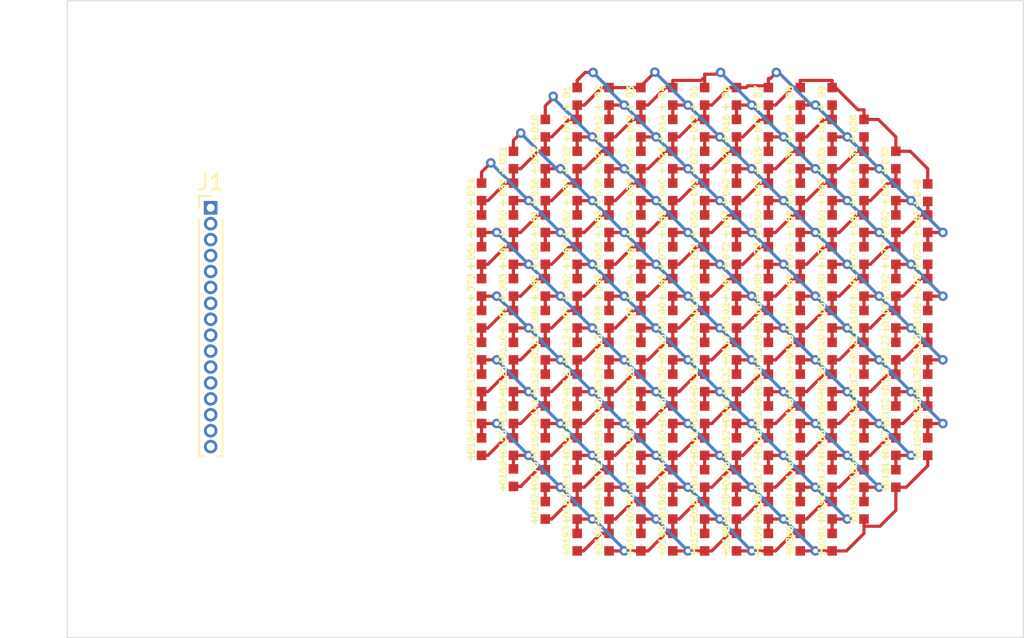
<source format=kicad_pcb>
(kicad_pcb (version 20241229) (generator "pcbnew") (generator_version "9.0")
  (layers (0 "F.Cu" signal) (2 "B.Cu" signal) (13 "F.Paste" user) (15 "B.Paste" user) (5 "F.SilkS" user "F.Silkscreen") (7 "B.SilkS" user "B.Silkscreen") (1 "F.Mask" user) (3 "B.Mask" user) (25 "Edge.Cuts" user))
  (net 0 "")
  (net 1 "E")
  (net 2 "A")
  (net 3 "G")
  (net 4 "I")
  (net 5 "K")
  (net 6 "M")
  (net 7 "B")
  (net 8 "N")
  (net 9 "C")
  (net 10 "O")
  (net 11 "D")
  (net 12 "P")
  (net 13 "F")
  (net 14 "L")
  (net 15 "H")
  (net 16 "J")
  (footprint "WL-SMCC_0402:WL-SMCC_0402" (layer "F.Cu") (at 142 98 -90)
    (property "Reference" "D82")
    (property "Value" "WL-SMCC_0402")
  )
  (footprint "WL-SMCC_0402:WL-SMCC_0402" (layer "F.Cu") (at 146 108 -90)
    (property "Reference" "D159")
    (property "Value" "WL-SMCC_0402")
  )
  (footprint "WL-SMCC_0402:WL-SMCC_0402" (layer "F.Cu") (at 144 96 -90)
    (property "Reference" "D68")
    (property "Value" "WL-SMCC_0402")
  )
  (footprint "WL-SMCC_0402:WL-SMCC_0402" (layer "F.Cu") (at 150 86 -90)
    (property "Reference" "D5")
    (property "Value" "WL-SMCC_0402")
  )
  (footprint "WL-SMCC_0402:WL-SMCC_0402" (layer "F.Cu") (at 152 88 -90)
    (property "Reference" "D16")
    (property "Value" "WL-SMCC_0402")
  )
  (footprint "WL-SMCC_0402:WL-SMCC_0402" (layer "F.Cu") (at 148 102 -90)
    (property "Reference" "D115")
    (property "Value" "WL-SMCC_0402")
  )
  (footprint "WL-SMCC_0402:WL-SMCC_0402" (layer "F.Cu") (at 148 88 -90)
    (property "Reference" "D14")
    (property "Value" "WL-SMCC_0402")
  )
  (footprint "WL-SMCC_0402:WL-SMCC_0402" (layer "F.Cu") (at 144 108 -90)
    (property "Reference" "D158")
    (property "Value" "WL-SMCC_0402")
  )
  (footprint "WL-SMCC_0402:WL-SMCC_0402" (layer "F.Cu") (at 152 114 -90)
    (property "Reference" "D198")
    (property "Value" "WL-SMCC_0402")
  )
  (footprint "WL-SMCC_0402:WL-SMCC_0402" (layer "F.Cu") (at 144 104 -90)
    (property "Reference" "D128")
    (property "Value" "WL-SMCC_0402")
  )
  (footprint "WL-SMCC_0402:WL-SMCC_0402" (layer "F.Cu") (at 146 94 -90)
    (property "Reference" "D54")
    (property "Value" "WL-SMCC_0402")
  )
  (footprint "WL-SMCC_0402:WL-SMCC_0402" (layer "F.Cu") (at 150 106 -90)
    (property "Reference" "D146")
    (property "Value" "WL-SMCC_0402")
  )
  (footprint "WL-SMCC_0402:WL-SMCC_0402" (layer "F.Cu") (at 158 112 -90)
    (property "Reference" "D191")
    (property "Value" "WL-SMCC_0402")
  )
  (footprint "WL-SMCC_0402:WL-SMCC_0402" (layer "F.Cu") (at 150 98 -90)
    (property "Reference" "D86")
    (property "Value" "WL-SMCC_0402")
  )
  (footprint "WL-SMCC_0402:WL-SMCC_0402" (layer "F.Cu") (at 136 96 -90)
    (property "Reference" "D64")
    (property "Value" "WL-SMCC_0402")
  )
  (footprint "WL-SMCC_0402:WL-SMCC_0402" (layer "F.Cu") (at 164 100 -90)
    (property "Reference" "D108")
    (property "Value" "WL-SMCC_0402")
  )
  (footprint "WL-SMCC_0402:WL-SMCC_0402" (layer "F.Cu") (at 156 100 -90)
    (property "Reference" "D104")
    (property "Value" "WL-SMCC_0402")
  )
  (footprint "WL-SMCC_0402:WL-SMCC_0402" (layer "F.Cu") (at 144 112 -90)
    (property "Reference" "D184")
    (property "Value" "WL-SMCC_0402")
  )
  (footprint "WL-SMCC_0402:WL-SMCC_0402" (layer "F.Cu") (at 148 106 -90)
    (property "Reference" "D145")
    (property "Value" "WL-SMCC_0402")
  )
  (footprint "WL-SMCC_0402:WL-SMCC_0402" (layer "F.Cu") (at 154 90 -90)
    (property "Reference" "D29")
    (property "Value" "WL-SMCC_0402")
  )
  (footprint "WL-SMCC_0402:WL-SMCC_0402" (layer "F.Cu") (at 150 114 -90)
    (property "Reference" "D197")
    (property "Value" "WL-SMCC_0402")
  )
  (footprint "WL-SMCC_0402:WL-SMCC_0402" (layer "F.Cu") (at 160 106 -90)
    (property "Reference" "D151")
    (property "Value" "WL-SMCC_0402")
  )
  (footprint "WL-SMCC_0402:WL-SMCC_0402" (layer "F.Cu") (at 162 90 -90)
    (property "Reference" "D33")
    (property "Value" "WL-SMCC_0402")
  )
  (footprint "WL-SMCC_0402:WL-SMCC_0402" (layer "F.Cu") (at 140 100 -90)
    (property "Reference" "D96")
    (property "Value" "WL-SMCC_0402")
  )
  (footprint "WL-SMCC_0402:WL-SMCC_0402" (layer "F.Cu") (at 148 110 -90)
    (property "Reference" "D174")
    (property "Value" "WL-SMCC_0402")
  )
  (footprint "WL-SMCC_0402:WL-SMCC_0402" (layer "F.Cu") (at 158 96 -90)
    (property "Reference" "D75")
    (property "Value" "WL-SMCC_0402")
  )
  (footprint "WL-SMCC_0402:WL-SMCC_0402" (layer "F.Cu") (at 142 108 -90)
    (property "Reference" "D157")
    (property "Value" "WL-SMCC_0402")
  )
  (footprint "WL-SMCC_0402:WL-SMCC_0402" (layer "F.Cu") (at 138 94 -90)
    (property "Reference" "D50")
    (property "Value" "WL-SMCC_0402")
  )
  (footprint "WL-SMCC_0402:WL-SMCC_0402" (layer "F.Cu") (at 140 108 -90)
    (property "Reference" "D156")
    (property "Value" "WL-SMCC_0402")
  )
  (footprint "WL-SMCC_0402:WL-SMCC_0402" (layer "F.Cu") (at 146 110 -90)
    (property "Reference" "D173")
    (property "Value" "WL-SMCC_0402")
  )
  (footprint "WL-SMCC_0402:WL-SMCC_0402" (layer "F.Cu") (at 148 112 -90)
    (property "Reference" "D186")
    (property "Value" "WL-SMCC_0402")
  )
  (footprint "WL-SMCC_0402:WL-SMCC_0402" (layer "F.Cu") (at 142 102 -90)
    (property "Reference" "D112")
    (property "Value" "WL-SMCC_0402")
  )
  (footprint "WL-SMCC_0402:WL-SMCC_0402" (layer "F.Cu") (at 160 90 -90)
    (property "Reference" "D32")
    (property "Value" "WL-SMCC_0402")
  )
  (footprint "WL-SMCC_0402:WL-SMCC_0402" (layer "F.Cu") (at 140 112 -90)
    (property "Reference" "D182")
    (property "Value" "WL-SMCC_0402")
  )
  (footprint "WL-SMCC_0402:WL-SMCC_0402" (layer "F.Cu") (at 152 96 -90)
    (property "Reference" "D72")
    (property "Value" "WL-SMCC_0402")
  )
  (footprint "WL-SMCC_0402:WL-SMCC_0402" (layer "F.Cu") (at 158 104 -90)
    (property "Reference" "D135")
    (property "Value" "WL-SMCC_0402")
  )
  (footprint "WL-SMCC_0402:WL-SMCC_0402" (layer "F.Cu") (at 152 110 -90)
    (property "Reference" "D176")
    (property "Value" "WL-SMCC_0402")
  )
  (footprint "WL-SMCC_0402:WL-SMCC_0402" (layer "F.Cu") (at 148 92 -90)
    (property "Reference" "D40")
    (property "Value" "WL-SMCC_0402")
  )
  (footprint "WL-SMCC_0402:WL-SMCC_0402" (layer "F.Cu") (at 158 100 -90)
    (property "Reference" "D105")
    (property "Value" "WL-SMCC_0402")
  )
  (footprint "WL-SMCC_0402:WL-SMCC_0402" (layer "F.Cu") (at 136 108 -90)
    (property "Reference" "D154")
    (property "Value" "WL-SMCC_0402")
  )
  (footprint "WL-SMCC_0402:WL-SMCC_0402" (layer "F.Cu") (at 152 94 -90)
    (property "Reference" "D57")
    (property "Value" "WL-SMCC_0402")
  )
  (footprint "WL-SMCC_0402:WL-SMCC_0402" (layer "F.Cu") (at 158 114 -90)
    (property "Reference" "D201")
    (property "Value" "WL-SMCC_0402")
  )
  (footprint "WL-SMCC_0402:WL-SMCC_0402" (layer "F.Cu") (at 148 100 -90)
    (property "Reference" "D100")
    (property "Value" "WL-SMCC_0402")
  )
  (footprint "WL-SMCC_0402:WL-SMCC_0402" (layer "F.Cu") (at 152 108 -90)
    (property "Reference" "D162")
    (property "Value" "WL-SMCC_0402")
  )
  (footprint "WL-SMCC_0402:WL-SMCC_0402" (layer "F.Cu") (at 158 98 -90)
    (property "Reference" "D90")
    (property "Value" "WL-SMCC_0402")
  )
  (footprint "WL-SMCC_0402:WL-SMCC_0402" (layer "F.Cu") (at 150 104 -90)
    (property "Reference" "D131")
    (property "Value" "WL-SMCC_0402")
  )
  (footprint "WL-SMCC_0402:WL-SMCC_0402" (layer "F.Cu") (at 164 98 -90)
    (property "Reference" "D93")
    (property "Value" "WL-SMCC_0402")
  )
  (footprint "WL-SMCC_0402:WL-SMCC_0402" (layer "F.Cu") (at 158 90 -90)
    (property "Reference" "D31")
    (property "Value" "WL-SMCC_0402")
  )
  (footprint "WL-SMCC_0402:WL-SMCC_0402" (layer "F.Cu") (at 144 90 -90)
    (property "Reference" "D24")
    (property "Value" "WL-SMCC_0402")
  )
  (footprint "WL-SMCC_0402:WL-SMCC_0402" (layer "F.Cu") (at 162 100 -90)
    (property "Reference" "D107")
    (property "Value" "WL-SMCC_0402")
  )
  (footprint "WL-SMCC_0402:WL-SMCC_0402" (layer "F.Cu") (at 144 110 -90)
    (property "Reference" "D172")
    (property "Value" "WL-SMCC_0402")
  )
  (footprint "WL-SMCC_0402:WL-SMCC_0402" (layer "F.Cu") (at 146 98 -90)
    (property "Reference" "D84")
    (property "Value" "WL-SMCC_0402")
  )
  (footprint "WL-SMCC_0402:WL-SMCC_0402" (layer "F.Cu") (at 140 104 -90)
    (property "Reference" "D126")
    (property "Value" "WL-SMCC_0402")
  )
  (footprint "WL-SMCC_0402:WL-SMCC_0402" (layer "F.Cu") (at 136 106 -90)
    (property "Reference" "D139")
    (property "Value" "WL-SMCC_0402")
  )
  (footprint "WL-SMCC_0402:WL-SMCC_0402" (layer "F.Cu") (at 142 110 -90)
    (property "Reference" "D171")
    (property "Value" "WL-SMCC_0402")
  )
  (footprint "WL-SMCC_0402:WL-SMCC_0402" (layer "F.Cu") (at 148 114 -90)
    (property "Reference" "D196")
    (property "Value" "WL-SMCC_0402")
  )
  (footprint "WL-SMCC_0402:WL-SMCC_0402" (layer "F.Cu") (at 154 102 -90)
    (property "Reference" "D118")
    (property "Value" "WL-SMCC_0402")
  )
  (footprint "WL-SMCC_0402:WL-SMCC_0402" (layer "F.Cu") (at 156 108 -90)
    (property "Reference" "D164")
    (property "Value" "WL-SMCC_0402")
  )
  (footprint "WL-SMCC_0402:WL-SMCC_0402" (layer "F.Cu") (at 154 100 -90)
    (property "Reference" "D103")
    (property "Value" "WL-SMCC_0402")
  )
  (footprint "WL-SMCC_0402:WL-SMCC_0402" (layer "F.Cu") (at 164 96 -90)
    (property "Reference" "D78")
    (property "Value" "WL-SMCC_0402")
  )
  (footprint "WL-SMCC_0402:WL-SMCC_0402" (layer "F.Cu") (at 144 98 -90)
    (property "Reference" "D83")
    (property "Value" "WL-SMCC_0402")
  )
  (footprint "WL-SMCC_0402:WL-SMCC_0402" (layer "F.Cu") (at 148 94 -90)
    (property "Reference" "D55")
    (property "Value" "WL-SMCC_0402")
  )
  (footprint "WL-SMCC_0402:WL-SMCC_0402" (layer "F.Cu") (at 140 92 -90)
    (property "Reference" "D36")
    (property "Value" "WL-SMCC_0402")
  )
  (footprint "WL-SMCC_0402:WL-SMCC_0402" (layer "F.Cu") (at 162 96 -90)
    (property "Reference" "D77")
    (property "Value" "WL-SMCC_0402")
  )
  (footprint "WL-SMCC_0402:WL-SMCC_0402" (layer "F.Cu") (at 146 102 -90)
    (property "Reference" "D114")
    (property "Value" "WL-SMCC_0402")
  )
  (footprint "WL-SMCC_0402:WL-SMCC_0402" (layer "F.Cu") (at 154 86 -90)
    (property "Reference" "D7")
    (property "Value" "WL-SMCC_0402")
  )
  (footprint "WL-SMCC_0402:WL-SMCC_0402" (layer "F.Cu") (at 152 106 -90)
    (property "Reference" "D147")
    (property "Value" "WL-SMCC_0402")
  )
  (footprint "WL-SMCC_0402:WL-SMCC_0402" (layer "F.Cu") (at 156 112 -90)
    (property "Reference" "D190")
    (property "Value" "WL-SMCC_0402")
  )
  (footprint "WL-SMCC_0402:WL-SMCC_0402" (layer "F.Cu") (at 154 92 -90)
    (property "Reference" "D43")
    (property "Value" "WL-SMCC_0402")
  )
  (footprint "WL-SMCC_0402:WL-SMCC_0402" (layer "F.Cu") (at 146 92 -90)
    (property "Reference" "D39")
    (property "Value" "WL-SMCC_0402")
  )
  (footprint "WL-SMCC_0402:WL-SMCC_0402" (layer "F.Cu") (at 142 92 -90)
    (property "Reference" "D37")
    (property "Value" "WL-SMCC_0402")
  )
  (footprint "WL-SMCC_0402:WL-SMCC_0402" (layer "F.Cu") (at 142 104 -90)
    (property "Reference" "D127")
    (property "Value" "WL-SMCC_0402")
  )
  (footprint "WL-SMCC_0402:WL-SMCC_0402" (layer "F.Cu") (at 156 90 -90)
    (property "Reference" "D30")
    (property "Value" "WL-SMCC_0402")
  )
  (footprint "WL-SMCC_0402:WL-SMCC_0402" (layer "F.Cu") (at 162 92 -90)
    (property "Reference" "D47")
    (property "Value" "WL-SMCC_0402")
  )
  (footprint "WL-SMCC_0402:WL-SMCC_0402" (layer "F.Cu") (at 144 102 -90)
    (property "Reference" "D113")
    (property "Value" "WL-SMCC_0402")
  )
  (footprint "WL-SMCC_0402:WL-SMCC_0402" (layer "F.Cu") (at 140 96 -90)
    (property "Reference" "D66")
    (property "Value" "WL-SMCC_0402")
  )
  (footprint "WL-SMCC_0402:WL-SMCC_0402" (layer "F.Cu") (at 160 92 -90)
    (property "Reference" "D46")
    (property "Value" "WL-SMCC_0402")
  )
  (footprint "WL-SMCC_0402:WL-SMCC_0402" (layer "F.Cu") (at 140 98 -90)
    (property "Reference" "D81")
    (property "Value" "WL-SMCC_0402")
  )
  (footprint "WL-SMCC_0402:WL-SMCC_0402" (layer "F.Cu") (at 154 106 -90)
    (property "Reference" "D148")
    (property "Value" "WL-SMCC_0402")
  )
  (footprint "WL-SMCC_0402:WL-SMCC_0402" (layer "F.Cu") (at 138 106 -90)
    (property "Reference" "D140")
    (property "Value" "WL-SMCC_0402")
  )
  (footprint "WL-SMCC_0402:WL-SMCC_0402" (layer "F.Cu") (at 138 109.95 -90)
    (property "Reference" "D169")
    (property "Value" "WL-SMCC_0402")
  )
  (footprint "WL-SMCC_0402:WL-SMCC_0402" (layer "F.Cu") (at 144 92 -90)
    (property "Reference" "D38")
    (property "Value" "WL-SMCC_0402")
  )
  (footprint "WL-SMCC_0402:WL-SMCC_0402" (layer "F.Cu") (at 142 94 -90)
    (property "Reference" "D52")
    (property "Value" "WL-SMCC_0402")
  )
  (footprint "WL-SMCC_0402:WL-SMCC_0402" (layer "F.Cu") (at 138 104 -90)
    (property "Reference" "D125")
    (property "Value" "WL-SMCC_0402")
  )
  (footprint "WL-SMCC_0402:WL-SMCC_0402" (layer "F.Cu") (at 138 90 -90)
    (property "Reference" "D21")
    (property "Value" "WL-SMCC_0402")
  )
  (footprint "WL-SMCC_0402:WL-SMCC_0402" (layer "F.Cu") (at 146 114 -90)
    (property "Reference" "D195")
    (property "Value" "WL-SMCC_0402")
  )
  (footprint "WL-SMCC_0402:WL-SMCC_0402" (layer "F.Cu") (at 156 102 -90)
    (property "Reference" "D119")
    (property "Value" "WL-SMCC_0402")
  )
  (footprint "WL-SMCC_0402:WL-SMCC_0402" (layer "F.Cu") (at 158 92 -90)
    (property "Reference" "D45")
    (property "Value" "WL-SMCC_0402")
  )
  (footprint "WL-SMCC_0402:WL-SMCC_0402" (layer "F.Cu") (at 146 106 -90)
    (property "Reference" "D144")
    (property "Value" "WL-SMCC_0402")
  )
  (footprint "WL-SMCC_0402:WL-SMCC_0402" (layer "F.Cu") (at 142 86 -90)
    (property "Reference" "D1")
    (property "Value" "WL-SMCC_0402")
  )
  (footprint "WL-SMCC_0402:WL-SMCC_0402" (layer "F.Cu") (at 148 104 -90)
    (property "Reference" "D130")
    (property "Value" "WL-SMCC_0402")
  )
  (footprint "WL-SMCC_0402:WL-SMCC_0402" (layer "F.Cu") (at 154 96 -90)
    (property "Reference" "D73")
    (property "Value" "WL-SMCC_0402")
  )
  (footprint "WL-SMCC_0402:WL-SMCC_0402" (layer "F.Cu") (at 140 90 -90)
    (property "Reference" "D22")
    (property "Value" "WL-SMCC_0402")
  )
  (footprint "WL-SMCC_0402:WL-SMCC_0402" (layer "F.Cu") (at 136 92 -90)
    (property "Reference" "D34")
    (property "Value" "WL-SMCC_0402")
  )
  (footprint "WL-SMCC_0402:WL-SMCC_0402" (layer "F.Cu") (at 138 96 -90)
    (property "Reference" "D65")
    (property "Value" "WL-SMCC_0402")
  )
  (footprint "WL-SMCC_0402:WL-SMCC_0402" (layer "F.Cu") (at 154 94 -90)
    (property "Reference" "D58")
    (property "Value" "WL-SMCC_0402")
  )
  (footprint "WL-SMCC_0402:WL-SMCC_0402" (layer "F.Cu") (at 152 102 -90)
    (property "Reference" "D117")
    (property "Value" "WL-SMCC_0402")
  )
  (footprint "WL-SMCC_0402:WL-SMCC_0402" (layer "F.Cu") (at 150 110 -90)
    (property "Reference" "D175")
    (property "Value" "WL-SMCC_0402")
  )
  (footprint "WL-SMCC_0402:WL-SMCC_0402" (layer "F.Cu") (at 156 98 -90)
    (property "Reference" "D89")
    (property "Value" "WL-SMCC_0402")
  )
  (footprint "WL-SMCC_0402:WL-SMCC_0402" (layer "F.Cu") (at 152 112 -90)
    (property "Reference" "D188")
    (property "Value" "WL-SMCC_0402")
  )
  (footprint "WL-SMCC_0402:WL-SMCC_0402" (layer "F.Cu") (at 160 102 -90)
    (property "Reference" "D121")
    (property "Value" "WL-SMCC_0402")
  )
  (footprint "WL-SMCC_0402:WL-SMCC_0402" (layer "F.Cu") (at 142 112 -90)
    (property "Reference" "D183")
    (property "Value" "WL-SMCC_0402")
  )
  (footprint "WL-SMCC_0402:WL-SMCC_0402" (layer "F.Cu") (at 150 96 -90)
    (property "Reference" "D71")
    (property "Value" "WL-SMCC_0402")
  )
  (footprint "WL-SMCC_0402:WL-SMCC_0402" (layer "F.Cu") (at 138 98 -90)
    (property "Reference" "D80")
    (property "Value" "WL-SMCC_0402")
  )
  (footprint "WL-SMCC_0402:WL-SMCC_0402" (layer "F.Cu") (at 162 104 -90)
    (property "Reference" "D137")
    (property "Value" "WL-SMCC_0402")
  )
  (footprint "WL-SMCC_0402:WL-SMCC_0402" (layer "F.Cu") (at 150 102 -90)
    (property "Reference" "D116")
    (property "Value" "WL-SMCC_0402")
  )
  (footprint "WL-SMCC_0402:WL-SMCC_0402" (layer "F.Cu") (at 144 88 -90)
    (property "Reference" "D12")
    (property "Value" "WL-SMCC_0402")
  )
  (footprint "WL-SMCC_0402:WL-SMCC_0402" (layer "F.Cu") (at 162 106 -90)
    (property "Reference" "D152")
    (property "Value" "WL-SMCC_0402")
  )
  (footprint "WL-SMCC_0402:WL-SMCC_0402" (layer "F.Cu") (at 156 86 -90)
    (property "Reference" "D8")
    (property "Value" "WL-SMCC_0402")
  )
  (footprint "WL-SMCC_0402:WL-SMCC_0402" (layer "F.Cu") (at 148 86 -90)
    (property "Reference" "D4")
    (property "Value" "WL-SMCC_0402")
  )
  (footprint "WL-SMCC_0402:WL-SMCC_0402" (layer "F.Cu") (at 150 94 -90)
    (property "Reference" "D56")
    (property "Value" "WL-SMCC_0402")
  )
  (footprint "WL-SMCC_0402:WL-SMCC_0402" (layer "F.Cu") (at 154 98 -90)
    (property "Reference" "D88")
    (property "Value" "WL-SMCC_0402")
  )
  (footprint "WL-SMCC_0402:WL-SMCC_0402" (layer "F.Cu") (at 146 112 -90)
    (property "Reference" "D185")
    (property "Value" "WL-SMCC_0402")
  )
  (footprint "WL-SMCC_0402:WL-SMCC_0402" (layer "F.Cu") (at 156 92 -90)
    (property "Reference" "D44")
    (property "Value" "WL-SMCC_0402")
  )
  (footprint "WL-SMCC_0402:WL-SMCC_0402" (layer "F.Cu") (at 162 94 -90)
    (property "Reference" "D62")
    (property "Value" "WL-SMCC_0402")
  )
  (footprint "WL-SMCC_0402:WL-SMCC_0402" (layer "F.Cu") (at 160 108 -90)
    (property "Reference" "D166")
    (property "Value" "WL-SMCC_0402")
  )
  (footprint "WL-SMCC_0402:WL-SMCC_0402" (layer "F.Cu") (at 156 104 -90)
    (property "Reference" "D134")
    (property "Value" "WL-SMCC_0402")
  )
  (footprint "WL-SMCC_0402:WL-SMCC_0402" (layer "F.Cu") (at 162 98 -90)
    (property "Reference" "D92")
    (property "Value" "WL-SMCC_0402")
  )
  (footprint "WL-SMCC_0402:WL-SMCC_0402" (layer "F.Cu") (at 160 94 -90)
    (property "Reference" "D61")
    (property "Value" "WL-SMCC_0402")
  )
  (footprint "WL-SMCC_0402:WL-SMCC_0402" (layer "F.Cu") (at 136 94 -90)
    (property "Reference" "D49")
    (property "Value" "WL-SMCC_0402")
  )
  (footprint "WL-SMCC_0402:WL-SMCC_0402" (layer "F.Cu") (at 152 86 -90)
    (property "Reference" "D6")
    (property "Value" "WL-SMCC_0402")
  )
  (footprint "WL-SMCC_0402:WL-SMCC_0402" (layer "F.Cu") (at 160 104 -90)
    (property "Reference" "D136")
    (property "Value" "WL-SMCC_0402")
  )
  (footprint "WL-SMCC_0402:WL-SMCC_0402" (layer "F.Cu") (at 152 100 -90)
    (property "Reference" "D102")
    (property "Value" "WL-SMCC_0402")
  )
  (footprint "WL-SMCC_0402:WL-SMCC_0402" (layer "F.Cu") (at 160 110 -90)
    (property "Reference" "D180")
    (property "Value" "WL-SMCC_0402")
  )
  (footprint "WL-SMCC_0402:WL-SMCC_0402" (layer "F.Cu") (at 158 110 -90)
    (property "Reference" "D179")
    (property "Value" "WL-SMCC_0402")
  )
  (footprint "WL-SMCC_0402:WL-SMCC_0402" (layer "F.Cu") (at 148 90 -90)
    (property "Reference" "D26")
    (property "Value" "WL-SMCC_0402")
  )
  (footprint "WL-SMCC_0402:WL-SMCC_0402" (layer "F.Cu") (at 154 114 -90)
    (property "Reference" "D199")
    (property "Value" "WL-SMCC_0402")
  )
  (footprint "WL-SMCC_0402:WL-SMCC_0402" (layer "F.Cu") (at 158 106 -90)
    (property "Reference" "D150")
    (property "Value" "WL-SMCC_0402")
  )
  (footprint "WL-SMCC_0402:WL-SMCC_0402" (layer "F.Cu") (at 142 88 -90)
    (property "Reference" "D11")
    (property "Value" "WL-SMCC_0402")
  )
  (footprint "WL-SMCC_0402:WL-SMCC_0402" (layer "F.Cu") (at 150 108 -90)
    (property "Reference" "D161")
    (property "Value" "WL-SMCC_0402")
  )
  (footprint "WL-SMCC_0402:WL-SMCC_0402" (layer "F.Cu") (at 138 108 -90)
    (property "Reference" "D155")
    (property "Value" "WL-SMCC_0402")
  )
  (footprint "WL-SMCC_0402:WL-SMCC_0402" (layer "F.Cu") (at 152 98 -90)
    (property "Reference" "D87")
    (property "Value" "WL-SMCC_0402")
  )
  (footprint "WL-SMCC_0402:WL-SMCC_0402" (layer "F.Cu") (at 150 112 -90)
    (property "Reference" "D187")
    (property "Value" "WL-SMCC_0402")
  )
  (footprint "WL-SMCC_0402:WL-SMCC_0402" (layer "F.Cu") (at 160 112 -90)
    (property "Reference" "D192")
    (property "Value" "WL-SMCC_0402")
  )
  (footprint "WL-SMCC_0402:WL-SMCC_0402" (layer "F.Cu") (at 146 104 -90)
    (property "Reference" "D129")
    (property "Value" "WL-SMCC_0402")
  )
  (footprint "WL-SMCC_0402:WL-SMCC_0402" (layer "F.Cu") (at 152 92 -90)
    (property "Reference" "D42")
    (property "Value" "WL-SMCC_0402")
  )
  (footprint "WL-SMCC_0402:WL-SMCC_0402" (layer "F.Cu") (at 140 88 -90)
    (property "Reference" "D10")
    (property "Value" "WL-SMCC_0402")
  )
  (footprint "Connector_PinHeader_1.00mm:PinHeader_1x16_P1.00mm_Vertical" (layer "F.Cu") (at 119 93)
    (property "Reference" "J1")
    (property "Value" "PinHeader_1x16_P1.00mm_Vertical")
  )
  (footprint "WL-SMCC_0402:WL-SMCC_0402" (layer "F.Cu") (at 154 112 -90)
    (property "Reference" "D189")
    (property "Value" "WL-SMCC_0402")
  )
  (footprint "WL-SMCC_0402:WL-SMCC_0402" (layer "F.Cu") (at 158 86 -90)
    (property "Reference" "D9")
    (property "Value" "WL-SMCC_0402")
  )
  (footprint "WL-SMCC_0402:WL-SMCC_0402" (layer "F.Cu") (at 144 106 -90)
    (property "Reference" "D143")
    (property "Value" "WL-SMCC_0402")
  )
  (footprint "WL-SMCC_0402:WL-SMCC_0402" (layer "F.Cu") (at 152 90 -90)
    (property "Reference" "D28")
    (property "Value" "WL-SMCC_0402")
  )
  (footprint "WL-SMCC_0402:WL-SMCC_0402" (layer "F.Cu") (at 150 92 -90)
    (property "Reference" "D41")
    (property "Value" "WL-SMCC_0402")
  )
  (footprint "WL-SMCC_0402:WL-SMCC_0402" (layer "F.Cu") (at 156 96 -90)
    (property "Reference" "D74")
    (property "Value" "WL-SMCC_0402")
  )
  (footprint "WL-SMCC_0402:WL-SMCC_0402" (layer "F.Cu") (at 156 114 -90)
    (property "Reference" "D200")
    (property "Value" "WL-SMCC_0402")
  )
  (footprint "WL-SMCC_0402:WL-SMCC_0402" (layer "F.Cu") (at 136 98 -90)
    (property "Reference" "D79")
    (property "Value" "WL-SMCC_0402")
  )
  (footprint "WL-SMCC_0402:WL-SMCC_0402" (layer "F.Cu") (at 142 100 -90)
    (property "Reference" "D97")
    (property "Value" "WL-SMCC_0402")
  )
  (footprint "WL-SMCC_0402:WL-SMCC_0402" (layer "F.Cu") (at 142 90 -90)
    (property "Reference" "D23")
    (property "Value" "WL-SMCC_0402")
  )
  (footprint "WL-SMCC_0402:WL-SMCC_0402" (layer "F.Cu") (at 160 98 -90)
    (property "Reference" "D91")
    (property "Value" "WL-SMCC_0402")
  )
  (footprint "WL-SMCC_0402:WL-SMCC_0402" (layer "F.Cu") (at 140 94 -90)
    (property "Reference" "D51")
    (property "Value" "WL-SMCC_0402")
  )
  (footprint "WL-SMCC_0402:WL-SMCC_0402" (layer "F.Cu") (at 154 108 -90)
    (property "Reference" "D163")
    (property "Value" "WL-SMCC_0402")
  )
  (footprint "WL-SMCC_0402:WL-SMCC_0402" (layer "F.Cu") (at 158 108 -90)
    (property "Reference" "D165")
    (property "Value" "WL-SMCC_0402")
  )
  (footprint "WL-SMCC_0402:WL-SMCC_0402" (layer "F.Cu") (at 164 108 -90)
    (property "Reference" "D168")
    (property "Value" "WL-SMCC_0402")
  )
  (footprint "WL-SMCC_0402:WL-SMCC_0402" (layer "F.Cu") (at 146 86 -90)
    (property "Reference" "D3")
    (property "Value" "WL-SMCC_0402")
  )
  (footprint "WL-SMCC_0402:WL-SMCC_0402" (layer "F.Cu") (at 146 100 -90)
    (property "Reference" "D99")
    (property "Value" "WL-SMCC_0402")
  )
  (footprint "WL-SMCC_0402:WL-SMCC_0402" (layer "F.Cu") (at 162 110 -90)
    (property "Reference" "D181")
    (property "Value" "WL-SMCC_0402")
  )
  (footprint "WL-SMCC_0402:WL-SMCC_0402" (layer "F.Cu") (at 156 94 -90)
    (property "Reference" "D59")
    (property "Value" "WL-SMCC_0402")
  )
  (footprint "WL-SMCC_0402:WL-SMCC_0402" (layer "F.Cu") (at 154 88 -90)
    (property "Reference" "D17")
    (property "Value" "WL-SMCC_0402")
  )
  (footprint "WL-SMCC_0402:WL-SMCC_0402" (layer "F.Cu") (at 142 114 -90)
    (property "Reference" "D193")
    (property "Value" "WL-SMCC_0402")
  )
  (footprint "WL-SMCC_0402:WL-SMCC_0402" (layer "F.Cu") (at 136 100 -90)
    (property "Reference" "D94")
    (property "Value" "WL-SMCC_0402")
  )
  (footprint "WL-SMCC_0402:WL-SMCC_0402" (layer "F.Cu") (at 164 102 -90)
    (property "Reference" "D123")
    (property "Value" "WL-SMCC_0402")
  )
  (footprint "WL-SMCC_0402:WL-SMCC_0402" (layer "F.Cu") (at 146 88 -90)
    (property "Reference" "D13")
    (property "Value" "WL-SMCC_0402")
  )
  (footprint "WL-SMCC_0402:WL-SMCC_0402" (layer "F.Cu") (at 164 94 -90)
    (property "Reference" "D63")
    (property "Value" "WL-SMCC_0402")
  )
  (footprint "WL-SMCC_0402:WL-SMCC_0402" (layer "F.Cu") (at 158 94 -90)
    (property "Reference" "D60")
    (property "Value" "WL-SMCC_0402")
  )
  (footprint "WL-SMCC_0402:WL-SMCC_0402" (layer "F.Cu") (at 160 96 -90)
    (property "Reference" "D76")
    (property "Value" "WL-SMCC_0402")
  )
  (footprint "WL-SMCC_0402:WL-SMCC_0402" (layer "F.Cu") (at 138 102 -90)
    (property "Reference" "D110")
    (property "Value" "WL-SMCC_0402")
  )
  (footprint "WL-SMCC_0402:WL-SMCC_0402" (layer "F.Cu") (at 156 106 -90)
    (property "Reference" "D149")
    (property "Value" "WL-SMCC_0402")
  )
  (footprint "WL-SMCC_0402:WL-SMCC_0402" (layer "F.Cu") (at 144 94 -90)
    (property "Reference" "D53")
    (property "Value" "WL-SMCC_0402")
  )
  (footprint "WL-SMCC_0402:WL-SMCC_0402" (layer "F.Cu") (at 164 104 -90)
    (property "Reference" "D138")
    (property "Value" "WL-SMCC_0402")
  )
  (footprint "WL-SMCC_0402:WL-SMCC_0402" (layer "F.Cu") (at 150 88 -90)
    (property "Reference" "D15")
    (property "Value" "WL-SMCC_0402")
  )
  (footprint "WL-SMCC_0402:WL-SMCC_0402" (layer "F.Cu") (at 146 90 -90)
    (property "Reference" "D25")
    (property "Value" "WL-SMCC_0402")
  )
  (footprint "WL-SMCC_0402:WL-SMCC_0402" (layer "F.Cu") (at 140 106 -90)
    (property "Reference" "D141")
    (property "Value" "WL-SMCC_0402")
  )
  (footprint "WL-SMCC_0402:WL-SMCC_0402" (layer "F.Cu") (at 136 104 -90)
    (property "Reference" "D124")
    (property "Value" "WL-SMCC_0402")
  )
  (footprint "WL-SMCC_0402:WL-SMCC_0402" (layer "F.Cu") (at 142 106 -90)
    (property "Reference" "D142")
    (property "Value" "WL-SMCC_0402")
  )
  (footprint "WL-SMCC_0402:WL-SMCC_0402" (layer "F.Cu") (at 142 96 -90)
    (property "Reference" "D67")
    (property "Value" "WL-SMCC_0402")
  )
  (footprint "WL-SMCC_0402:WL-SMCC_0402" (layer "F.Cu") (at 148 108 -90)
    (property "Reference" "D160")
    (property "Value" "WL-SMCC_0402")
  )
  (footprint "WL-SMCC_0402:WL-SMCC_0402" (layer "F.Cu") (at 156 88 -90)
    (property "Reference" "D18")
    (property "Value" "WL-SMCC_0402")
  )
  (footprint "WL-SMCC_0402:WL-SMCC_0402" (layer "F.Cu") (at 162 102 -90)
    (property "Reference" "D122")
    (property "Value" "WL-SMCC_0402")
  )
  (footprint "WL-SMCC_0402:WL-SMCC_0402" (layer "F.Cu") (at 154 110 -90)
    (property "Reference" "D177")
    (property "Value" "WL-SMCC_0402")
  )
  (footprint "WL-SMCC_0402:WL-SMCC_0402" (layer "F.Cu") (at 148 96 -90)
    (property "Reference" "D70")
    (property "Value" "WL-SMCC_0402")
  )
  (footprint "WL-SMCC_0402:WL-SMCC_0402" (layer "F.Cu") (at 158 102 -90)
    (property "Reference" "D120")
    (property "Value" "WL-SMCC_0402")
  )
  (footprint "WL-SMCC_0402:WL-SMCC_0402" (layer "F.Cu") (at 144 114 -90)
    (property "Reference" "D194")
    (property "Value" "WL-SMCC_0402")
  )
  (footprint "WL-SMCC_0402:WL-SMCC_0402" (layer "F.Cu") (at 138 92 -90)
    (property "Reference" "D35")
    (property "Value" "WL-SMCC_0402")
  )
  (footprint "WL-SMCC_0402:WL-SMCC_0402" (layer "F.Cu") (at 164 106 -90)
    (property "Reference" "D153")
    (property "Value" "WL-SMCC_0402")
  )
  (footprint "WL-SMCC_0402:WL-SMCC_0402" (layer "F.Cu") (at 164 92.05 -90)
    (property "Reference" "D48")
    (property "Value" "WL-SMCC_0402")
  )
  (footprint "WL-SMCC_0402:WL-SMCC_0402" (layer "F.Cu") (at 140 110 -90)
    (property "Reference" "D170")
    (property "Value" "WL-SMCC_0402")
  )
  (footprint "WL-SMCC_0402:WL-SMCC_0402" (layer "F.Cu") (at 150 100 -90)
    (property "Reference" "D101")
    (property "Value" "WL-SMCC_0402")
  )
  (footprint "WL-SMCC_0402:WL-SMCC_0402" (layer "F.Cu") (at 152 104 -90)
    (property "Reference" "D132")
    (property "Value" "WL-SMCC_0402")
  )
  (footprint "WL-SMCC_0402:WL-SMCC_0402" (layer "F.Cu") (at 162 108 -90)
    (property "Reference" "D167")
    (property "Value" "WL-SMCC_0402")
  )
  (footprint "WL-SMCC_0402:WL-SMCC_0402" (layer "F.Cu") (at 140 102 -90)
    (property "Reference" "D111")
    (property "Value" "WL-SMCC_0402")
  )
  (footprint "WL-SMCC_0402:WL-SMCC_0402" (layer "F.Cu") (at 160 88 -90)
    (property "Reference" "D20")
    (property "Value" "WL-SMCC_0402")
  )
  (footprint "WL-SMCC_0402:WL-SMCC_0402" (layer "F.Cu") (at 158 88 -90)
    (property "Reference" "D19")
    (property "Value" "WL-SMCC_0402")
  )
  (footprint "WL-SMCC_0402:WL-SMCC_0402" (layer "F.Cu") (at 154 104 -90)
    (property "Reference" "D133")
    (property "Value" "WL-SMCC_0402")
  )
  (footprint "WL-SMCC_0402:WL-SMCC_0402" (layer "F.Cu") (at 148 98 -90)
    (property "Reference" "D85")
    (property "Value" "WL-SMCC_0402")
  )
  (footprint "WL-SMCC_0402:WL-SMCC_0402" (layer "F.Cu") (at 160 100 -90)
    (property "Reference" "D106")
    (property "Value" "WL-SMCC_0402")
  )
  (footprint "WL-SMCC_0402:WL-SMCC_0402" (layer "F.Cu") (at 144 86 -90)
    (property "Reference" "D2")
    (property "Value" "WL-SMCC_0402")
  )
  (footprint "WL-SMCC_0402:WL-SMCC_0402" (layer "F.Cu") (at 156 110 -90)
    (property "Reference" "D178")
    (property "Value" "WL-SMCC_0402")
  )
  (footprint "WL-SMCC_0402:WL-SMCC_0402" (layer "F.Cu") (at 136 102 -90)
    (property "Reference" "D109")
    (property "Value" "WL-SMCC_0402")
  )
  (footprint "WL-SMCC_0402:WL-SMCC_0402" (layer "F.Cu") (at 146 96 -90)
    (property "Reference" "D69")
    (property "Value" "WL-SMCC_0402")
  )
  (footprint "WL-SMCC_0402:WL-SMCC_0402" (layer "F.Cu") (at 150 90 -90)
    (property "Reference" "D27")
    (property "Value" "WL-SMCC_0402")
  )
  (footprint "WL-SMCC_0402:WL-SMCC_0402" (layer "F.Cu") (at 138 100 -90)
    (property "Reference" "D95")
    (property "Value" "WL-SMCC_0402")
  )
  (footprint "WL-SMCC_0402:WL-SMCC_0402" (layer "F.Cu") (at 144 100 -90)
    (property "Reference" "D98")
    (property "Value" "WL-SMCC_0402")
  )
  (gr_rect (start 110 80) (end 170 120) (stroke (width 0.05)) (fill no) (layer "Edge.Cuts"))
  (segment (start 154 93.45) (end 154 92.55) (width 0.2) (layer "F.Cu") (net 1))
  (segment (start 158 96.55) (end 158.95 96.55) (width 0.2) (layer "F.Cu") (net 1))
  (segment (start 139.55 89.45) (end 140 89.45) (width 0.2) (layer "F.Cu") (net 1))
  (segment (start 154 92.55) (end 154.95 92.55) (width 0.2) (layer "F.Cu") (net 1))
  (segment (start 138.45 90.55) (end 139.55 89.45) (width 0.2) (layer "F.Cu") (net 1))
  (segment (start 138 91.45) (end 138 90.55) (width 0.2) (layer "F.Cu") (net 1))
  (segment (start 156 94.55) (end 156.95 94.55) (width 0.2) (layer "F.Cu") (net 1))
  (segment (start 137.5 91.45) (end 138 91.45) (width 0.2) (layer "F.Cu") (net 1))
  (segment (start 158 97.45) (end 158 96.55) (width 0.2) (layer "F.Cu") (net 1))
  (segment (start 139.55 89.45) (end 140 89.45) (width 0.2) (layer "F.Cu") (net 1))
  (segment (start 136 92.55) (end 136.4 92.55) (width 0.2) (layer "F.Cu") (net 1))
  (segment (start 142.45 86.55) (end 143.55 85.45) (width 0.2) (layer "F.Cu") (net 1))
  (segment (start 146.8754 84.4793) (end 146 85.3547) (width 0.2) (layer "F.Cu") (net 1))
  (segment (start 152 91.45) (end 152 90.55) (width 0.2) (layer "F.Cu") (net 1))
  (segment (start 146 85.45) (end 146 85.3547) (width 0.2) (layer "F.Cu") (net 1))
  (segment (start 152 90.55) (end 152.95 90.55) (width 0.2) (layer "F.Cu") (net 1))
  (segment (start 148 86.55) (end 148.95 86.55) (width 0.2) (layer "F.Cu") (net 1))
  (segment (start 142 87.45) (end 142 86.55) (width 0.2) (layer "F.Cu") (net 1))
  (segment (start 143.775 85.45) (end 144 85.45) (width 0.2) (layer "F.Cu") (net 1))
  (segment (start 140 89.45) (end 140 88.55) (width 0.2) (layer "F.Cu") (net 1))
  (segment (start 144 85.45) (end 146 85.45) (width 0.2) (layer "F.Cu") (net 1))
  (segment (start 160 98.55) (end 160.95 98.55) (width 0.2) (layer "F.Cu") (net 1))
  (segment (start 162 101.45) (end 162 100.55) (width 0.2) (layer "F.Cu") (net 1))
  (segment (start 140 88.55) (end 140.4 88.55) (width 0.2) (layer "F.Cu") (net 1))
  (segment (start 143.775 85.45) (end 144 85.45) (width 0.2) (layer "F.Cu") (net 1))
  (segment (start 143.55 85.45) (end 143.775 85.45) (width 0.2) (layer "F.Cu") (net 1))
  (segment (start 143.55 85.45) (end 143.775 85.45) (width 0.2) (layer "F.Cu") (net 1))
  (segment (start 160 99.45) (end 160 98.55) (width 0.2) (layer "F.Cu") (net 1))
  (segment (start 164 102.55) (end 164.95 102.55) (width 0.2) (layer "F.Cu") (net 1))
  (segment (start 136.4 92.55) (end 137.5 91.45) (width 0.2) (layer "F.Cu") (net 1))
  (segment (start 136 93.45) (end 136 92.55) (width 0.2) (layer "F.Cu") (net 1))
  (segment (start 150 88.55) (end 150.95 88.55) (width 0.2) (layer "F.Cu") (net 1))
  (segment (start 156 95.45) (end 156 94.55) (width 0.2) (layer "F.Cu") (net 1))
  (segment (start 148 87.45) (end 148 86.55) (width 0.2) (layer "F.Cu") (net 1))
  (segment (start 142 86.55) (end 142.45 86.55) (width 0.2) (layer "F.Cu") (net 1))
  (segment (start 162 100.55) (end 162.95 100.55) (width 0.2) (layer "F.Cu") (net 1))
  (segment (start 140.4 88.55) (end 141.5 87.45) (width 0.2) (layer "F.Cu") (net 1))
  (segment (start 150 89.45) (end 150 88.55) (width 0.2) (layer "F.Cu") (net 1))
  (segment (start 141.5 87.45) (end 142 87.45) (width 0.2) (layer "F.Cu") (net 1))
  (segment (start 138 90.55) (end 138.45 90.55) (width 0.2) (layer "F.Cu") (net 1))
  (segment (start 164 103.45) (end 164 102.55) (width 0.2) (layer "F.Cu") (net 1))
  (via (at 150.95 88.55) (size 0.6) (drill 0.3) (layers "F.Cu" "B.Cu") (net 1))
  (via (at 164.95 102.55) (size 0.6) (drill 0.3) (layers "F.Cu" "B.Cu") (net 1))
  (via (at 160.95 98.55) (size 0.6) (drill 0.3) (layers "F.Cu" "B.Cu") (net 1))
  (via (at 146.8754 84.4793) (size 0.6) (drill 0.3) (layers "F.Cu" "B.Cu") (net 1))
  (via (at 158.95 96.55) (size 0.6) (drill 0.3) (layers "F.Cu" "B.Cu") (net 1))
  (via (at 156.95 94.55) (size 0.6) (drill 0.3) (layers "F.Cu" "B.Cu") (net 1))
  (via (at 148.95 86.55) (size 0.6) (drill 0.3) (layers "F.Cu" "B.Cu") (net 1))
  (via (at 162.95 100.55) (size 0.6) (drill 0.3) (layers "F.Cu" "B.Cu") (net 1))
  (via (at 152.95 90.55) (size 0.6) (drill 0.3) (layers "F.Cu" "B.Cu") (net 1))
  (via (at 154.95 92.55) (size 0.6) (drill 0.3) (layers "F.Cu" "B.Cu") (net 1))
  (segment (start 154.95 92.55) (end 152.95 90.55) (width 0.2) (layer "B.Cu") (net 1))
  (segment (start 156.95 94.55) (end 154.95 92.55) (width 0.2) (layer "B.Cu") (net 1))
  (segment (start 150.95 88.55) (end 148.95 86.55) (width 0.2) (layer "B.Cu") (net 1))
  (segment (start 158.95 96.55) (end 156.95 94.55) (width 0.2) (layer "B.Cu") (net 1))
  (segment (start 164.95 102.55) (end 162.95 100.55) (width 0.2) (layer "B.Cu") (net 1))
  (segment (start 160.95 98.55) (end 158.95 96.55) (width 0.2) (layer "B.Cu") (net 1))
  (segment (start 162.95 100.55) (end 160.95 98.55) (width 0.2) (layer "B.Cu") (net 1))
  (segment (start 148.95 86.55) (end 148.9461 86.55) (width 0.2) (layer "B.Cu") (net 1))
  (segment (start 152.95 90.55) (end 150.95 88.55) (width 0.2) (layer "B.Cu") (net 1))
  (segment (start 148.9461 86.55) (end 146.8754 84.4793) (width 0.2) (layer "B.Cu") (net 1))
  (segment (start 162 104.55) (end 162.95 104.55) (width 0.2) (layer "F.Cu") (net 2))
  (segment (start 156 99.45) (end 156 98.55) (width 0.2) (layer "F.Cu") (net 2))
  (segment (start 144 87.45) (end 144 86.55) (width 0.2) (layer "F.Cu") (net 2))
  (segment (start 156 98.55) (end 156.95 98.55) (width 0.2) (layer "F.Cu") (net 2))
  (segment (start 162 105.45) (end 162 104.55) (width 0.2) (layer "F.Cu") (net 2))
  (segment (start 148 91.45) (end 148 90.55) (width 0.2) (layer "F.Cu") (net 2))
  (segment (start 143 84.5) (end 142.5 84.5) (width 0.2) (layer "F.Cu") (net 2))
  (segment (start 160 102.55) (end 160.95 102.55) (width 0.2) (layer "F.Cu") (net 2))
  (segment (start 142 85) (end 142 85.45) (width 0.2) (layer "F.Cu") (net 2))
  (segment (start 144 86.55) (end 144.95 86.55) (width 0.2) (layer "F.Cu") (net 2))
  (segment (start 142.5 84.5) (end 142 85) (width 0.2) (layer "F.Cu") (net 2))
  (segment (start 152 94.55) (end 152.95 94.55) (width 0.2) (layer "F.Cu") (net 2))
  (segment (start 158 100.55) (end 158.95 100.55) (width 0.2) (layer "F.Cu") (net 2))
  (segment (start 160 103.45) (end 160 102.55) (width 0.2) (layer "F.Cu") (net 2))
  (segment (start 150 93.45) (end 150 92.55) (width 0.2) (layer "F.Cu") (net 2))
  (segment (start 158 101.45) (end 158 100.55) (width 0.2) (layer "F.Cu") (net 2))
  (segment (start 152 95.45) (end 152 94.55) (width 0.2) (layer "F.Cu") (net 2))
  (segment (start 154 97.45) (end 154 96.55) (width 0.2) (layer "F.Cu") (net 2))
  (segment (start 146 88.55) (end 146.95 88.55) (width 0.2) (layer "F.Cu") (net 2))
  (segment (start 150 92.55) (end 150.95 92.55) (width 0.2) (layer "F.Cu") (net 2))
  (segment (start 148 90.55) (end 148.95 90.55) (width 0.2) (layer "F.Cu") (net 2))
  (segment (start 164 106.55) (end 164.95 106.55) (width 0.2) (layer "F.Cu") (net 2))
  (segment (start 146 89.45) (end 146 88.55) (width 0.2) (layer "F.Cu") (net 2))
  (segment (start 154 96.55) (end 154.95 96.55) (width 0.2) (layer "F.Cu") (net 2))
  (segment (start 164 107.45) (end 164 106.55) (width 0.2) (layer "F.Cu") (net 2))
  (via (at 144.95 86.55) (size 0.6) (drill 0.3) (layers "F.Cu" "B.Cu") (net 2))
  (via (at 150.95 92.55) (size 0.6) (drill 0.3) (layers "F.Cu" "B.Cu") (net 2))
  (via (at 164.95 106.55) (size 0.6) (drill 0.3) (layers "F.Cu" "B.Cu") (net 2))
  (via (at 152.95 94.55) (size 0.6) (drill 0.3) (layers "F.Cu" "B.Cu") (net 2))
  (via (at 160.95 102.55) (size 0.6) (drill 0.3) (layers "F.Cu" "B.Cu") (net 2))
  (via (at 154.95 96.55) (size 0.6) (drill 0.3) (layers "F.Cu" "B.Cu") (net 2))
  (via (at 148.95 90.55) (size 0.6) (drill 0.3) (layers "F.Cu" "B.Cu") (net 2))
  (via (at 146.95 88.55) (size 0.6) (drill 0.3) (layers "F.Cu" "B.Cu") (net 2))
  (via (at 162.95 104.55) (size 0.6) (drill 0.3) (layers "F.Cu" "B.Cu") (net 2))
  (via (at 156.95 98.55) (size 0.6) (drill 0.3) (layers "F.Cu" "B.Cu") (net 2))
  (via (at 143 84.5) (size 0.6) (drill 0.3) (layers "F.Cu" "B.Cu") (net 2))
  (via (at 158.95 100.55) (size 0.6) (drill 0.3) (layers "F.Cu" "B.Cu") (net 2))
  (segment (start 154.95 96.55) (end 152.95 94.55) (width 0.2) (layer "B.Cu") (net 2))
  (segment (start 164.95 106.55) (end 162.95 104.55) (width 0.2) (layer "B.Cu") (net 2))
  (segment (start 156.95 98.55) (end 154.95 96.55) (width 0.2) (layer "B.Cu") (net 2))
  (segment (start 152.95 94.55) (end 150.95 92.55) (width 0.2) (layer "B.Cu") (net 2))
  (segment (start 160.95 102.55) (end 158.95 100.55) (width 0.2) (layer "B.Cu") (net 2))
  (segment (start 148.95 90.55) (end 146.95 88.55) (width 0.2) (layer "B.Cu") (net 2))
  (segment (start 158.95 100.55) (end 156.95 98.55) (width 0.2) (layer "B.Cu") (net 2))
  (segment (start 162.95 104.55) (end 160.95 102.55) (width 0.2) (layer "B.Cu") (net 2))
  (segment (start 143 84.5) (end 143.8917 85.3917) (width 0.2) (layer "B.Cu") (net 2))
  (segment (start 143.8917 85.3917) (end 143.8917 85.4917) (width 0.2) (layer "B.Cu") (net 2))
  (segment (start 143.8917 85.4917) (end 144.95 86.55) (width 0.2) (layer "B.Cu") (net 2))
  (segment (start 150.95 92.55) (end 148.95 90.55) (width 0.2) (layer "B.Cu") (net 2))
  (segment (start 146.95 88.55) (end 144.95 86.55) (width 0.2) (layer "B.Cu") (net 2))
  (segment (start 154 89.45) (end 154 88.55) (width 0.2) (layer "F.Cu") (net 3))
  (segment (start 146 87.45) (end 146 86.55) (width 0.2) (layer "F.Cu") (net 3))
  (segment (start 140.4 92.55) (end 141.5 91.45) (width 0.2) (layer "F.Cu") (net 3))
  (segment (start 154 88.55) (end 154.95 88.55) (width 0.2) (layer "F.Cu") (net 3))
  (segment (start 150 84.6099) (end 150.8901 84.6099) (width 0.2) (layer "F.Cu") (net 3))
  (segment (start 140 93.45) (end 140 92.55) (width 0.2) (layer "F.Cu") (net 3))
  (segment (start 150.8901 84.6099) (end 151 84.5) (width 0.2) (layer "F.Cu") (net 3))
  (segment (start 158 93.45) (end 158 92.55) (width 0.2) (layer "F.Cu") (net 3))
  (segment (start 143.55 89.45) (end 144 89.45) (width 0.2) (layer "F.Cu") (net 3))
  (segment (start 137.5 95.45) (end 138 95.45) (width 0.2) (layer "F.Cu") (net 3))
  (segment (start 150 84.6099) (end 150 84.7898) (width 0.2) (layer "F.Cu") (net 3))
  (segment (start 148 85) (end 149.7898 85) (width 0.2) (layer "F.Cu") (net 3))
  (segment (start 148 85.45) (end 148 85) (width 0.2) (layer "F.Cu") (net 3))
  (segment (start 144 88.55) (end 144.4 88.55) (width 0.2) (layer "F.Cu") (net 3))
  (segment (start 156 90.55) (end 156.95 90.55) (width 0.2) (layer "F.Cu") (net 3))
  (segment (start 136.4 96.55) (end 137.5 95.45) (width 0.2) (layer "F.Cu") (net 3))
  (segment (start 136 96.55) (end 136.4 96.55) (width 0.2) (layer "F.Cu") (net 3))
  (segment (start 150 85.45) (end 150 84.7898) (width 0.2) (layer "F.Cu") (net 3))
  (segment (start 142 90.55) (end 142.45 90.55) (width 0.2) (layer "F.Cu") (net 3))
  (segment (start 140 92.55) (end 140.4 92.55) (width 0.2) (layer "F.Cu") (net 3))
  (segment (start 138 94.55) (end 138.45 94.55) (width 0.2) (layer "F.Cu") (net 3))
  (segment (start 158 92.55) (end 158.95 92.55) (width 0.2) (layer "F.Cu") (net 3))
  (segment (start 139.55 93.45) (end 140 93.45) (width 0.2) (layer "F.Cu") (net 3))
  (segment (start 145.5 87.45) (end 146 87.45) (width 0.2) (layer "F.Cu") (net 3))
  (segment (start 156 91.45) (end 156 90.55) (width 0.2) (layer "F.Cu") (net 3))
  (segment (start 142 91.45) (end 142 90.55) (width 0.2) (layer "F.Cu") (net 3))
  (segment (start 160 94.55) (end 160.95 94.55) (width 0.2) (layer "F.Cu") (net 3))
  (segment (start 138 95.45) (end 138 94.55) (width 0.2) (layer "F.Cu") (net 3))
  (segment (start 146 86.55) (end 146.45 86.55) (width 0.2) (layer "F.Cu") (net 3))
  (segment (start 152 87.45) (end 152 86.55) (width 0.2) (layer "F.Cu") (net 3))
  (segment (start 138.45 94.55) (end 139.55 93.45) (width 0.2) (layer "F.Cu") (net 3))
  (segment (start 152 86.55) (end 152.95 86.55) (width 0.2) (layer "F.Cu") (net 3))
  (segment (start 146.45 86.55) (end 147.55 85.45) (width 0.2) (layer "F.Cu") (net 3))
  (segment (start 162 97.45) (end 162 96.55) (width 0.2) (layer "F.Cu") (net 3))
  (segment (start 136 97.45) (end 136 96.55) (width 0.2) (layer "F.Cu") (net 3))
  (segment (start 141.5 91.45) (end 142 91.45) (width 0.2) (layer "F.Cu") (net 3))
  (segment (start 147.55 85.45) (end 148 85.45) (width 0.2) (layer "F.Cu") (net 3))
  (segment (start 139.55 93.45) (end 140 93.45) (width 0.2) (layer "F.Cu") (net 3))
  (segment (start 160 95.45) (end 160 94.55) (width 0.2) (layer "F.Cu") (net 3))
  (segment (start 164 99.45) (end 164 98.55) (width 0.2) (layer "F.Cu") (net 3))
  (segment (start 144 89.45) (end 144 88.55) (width 0.2) (layer "F.Cu") (net 3))
  (segment (start 162 96.55) (end 162.95 96.55) (width 0.2) (layer "F.Cu") (net 3))
  (segment (start 144.4 88.55) (end 145.5 87.45) (width 0.2) (layer "F.Cu") (net 3))
  (segment (start 164 98.55) (end 164.95 98.55) (width 0.2) (layer "F.Cu") (net 3))
  (segment (start 142.45 90.55) (end 143.55 89.45) (width 0.2) (layer "F.Cu") (net 3))
  (segment (start 149.7898 85) (end 150 84.7898) (width 0.2) (layer "F.Cu") (net 3))
  (segment (start 143.55 89.45) (end 144 89.45) (width 0.2) (layer "F.Cu") (net 3))
  (segment (start 147.55 85.45) (end 148 85.45) (width 0.2) (layer "F.Cu") (net 3))
  (via (at 160.95 94.55) (size 0.6) (drill 0.3) (layers "F.Cu" "B.Cu") (net 3))
  (via (at 156.95 90.55) (size 0.6) (drill 0.3) (layers "F.Cu" "B.Cu") (net 3))
  (via (at 152.95 86.55) (size 0.6) (drill 0.3) (layers "F.Cu" "B.Cu") (net 3))
  (via (at 164.95 98.55) (size 0.6) (drill 0.3) (layers "F.Cu" "B.Cu") (net 3))
  (via (at 162.95 96.55) (size 0.6) (drill 0.3) (layers "F.Cu" "B.Cu") (net 3))
  (via (at 158.95 92.55) (size 0.6) (drill 0.3) (layers "F.Cu" "B.Cu") (net 3))
  (via (at 154.95 88.55) (size 0.6) (drill 0.3) (layers "F.Cu" "B.Cu") (net 3))
  (via (at 151 84.5) (size 0.6) (drill 0.3) (layers "F.Cu" "B.Cu") (net 3))
  (segment (start 151 84.5) (end 152.95 86.45) (width 0.2) (layer "B.Cu") (net 3))
  (segment (start 152.95 86.45) (end 152.95 86.55) (width 0.2) (layer "B.Cu") (net 3))
  (segment (start 156.95 90.55) (end 154.95 88.55) (width 0.2) (layer "B.Cu") (net 3))
  (segment (start 154.95 88.55) (end 152.95 86.55) (width 0.2) (layer "B.Cu") (net 3))
  (segment (start 160.95 94.55) (end 158.95 92.55) (width 0.2) (layer "B.Cu") (net 3))
  (segment (start 162.95 96.55) (end 160.95 94.55) (width 0.2) (layer "B.Cu") (net 3))
  (segment (start 158.95 92.55) (end 156.95 90.55) (width 0.2) (layer "B.Cu") (net 3))
  (segment (start 164.95 98.55) (end 162.95 96.55) (width 0.2) (layer "B.Cu") (net 3))
  (segment (start 144.4 92.55) (end 145.5 91.45) (width 0.2) (layer "F.Cu") (net 4))
  (segment (start 143.55 93.45) (end 144 93.45) (width 0.2) (layer "F.Cu") (net 4))
  (segment (start 152.7142 85.3375) (end 152.6017 85.45) (width 0.2) (layer "F.Cu") (net 4))
  (segment (start 152 85.45) (end 152.6017 85.45) (width 0.2) (layer "F.Cu") (net 4))
  (segment (start 140.4 96.55) (end 141.5 95.45) (width 0.2) (layer "F.Cu") (net 4))
  (segment (start 150.45 86.55) (end 151.55 85.45) (width 0.2) (layer "F.Cu") (net 4))
  (segment (start 154 85.45) (end 154 85.3375) (width 0.2) (layer "F.Cu") (net 4))
  (segment (start 146 90.55) (end 146.45 90.55) (width 0.2) (layer "F.Cu") (net 4))
  (segment (start 156 87.45) (end 156 86.55) (width 0.2) (layer "F.Cu") (net 4))
  (segment (start 156 86.55) (end 156.95 86.55) (width 0.2) (layer "F.Cu") (net 4))
  (segment (start 162 93.45) (end 162 92.55) (width 0.2) (layer "F.Cu") (net 4))
  (segment (start 148 88.55) (end 148.4 88.55) (width 0.2) (layer "F.Cu") (net 4))
  (segment (start 148.4 88.55) (end 149.5 87.45) (width 0.2) (layer "F.Cu") (net 4))
  (segment (start 147.55 89.45) (end 148 89.45) (width 0.2) (layer "F.Cu") (net 4))
  (segment (start 138 99.45) (end 138 98.55) (width 0.2) (layer "F.Cu") (net 4))
  (segment (start 149.5 87.45) (end 150 87.45) (width 0.2) (layer "F.Cu") (net 4))
  (segment (start 154 85.3375) (end 152.7142 85.3375) (width 0.2) (layer "F.Cu") (net 4))
  (segment (start 160 90.55) (end 160.95 90.55) (width 0.2) (layer "F.Cu") (net 4))
  (segment (start 139.55 97.45) (end 140 97.45) (width 0.2) (layer "F.Cu") (net 4))
  (segment (start 158 88.55) (end 158.95 88.55) (width 0.2) (layer "F.Cu") (net 4))
  (segment (start 151.55 85.45) (end 152 85.45) (width 0.2) (layer "F.Cu") (net 4))
  (segment (start 146.45 90.55) (end 147.55 89.45) (width 0.2) (layer "F.Cu") (net 4))
  (segment (start 145.5 91.45) (end 146 91.45) (width 0.2) (layer "F.Cu") (net 4))
  (segment (start 148 89.45) (end 148 88.55) (width 0.2) (layer "F.Cu") (net 4))
  (segment (start 136 101.45) (end 136 100.55) (width 0.2) (layer "F.Cu") (net 4))
  (segment (start 154.1083 84.8917) (end 154 84.8917) (width 0.2) (layer "F.Cu") (net 4))
  (segment (start 138.45 98.55) (end 139.55 97.45) (width 0.2) (layer "F.Cu") (net 4))
  (segment (start 160 91.45) (end 160 90.55) (width 0.2) (layer "F.Cu") (net 4))
  (segment (start 140 96.55) (end 140.4 96.55) (width 0.2) (layer "F.Cu") (net 4))
  (segment (start 142.45 94.55) (end 143.55 93.45) (width 0.2) (layer "F.Cu") (net 4))
  (segment (start 146 91.45) (end 146 90.55) (width 0.2) (layer "F.Cu") (net 4))
  (segment (start 138 98.55) (end 138.45 98.55) (width 0.2) (layer "F.Cu") (net 4))
  (segment (start 143.55 93.45) (end 144 93.45) (width 0.2) (layer "F.Cu") (net 4))
  (segment (start 142 95.45) (end 142 94.55) (width 0.2) (layer "F.Cu") (net 4))
  (segment (start 144 92.55) (end 144.4 92.55) (width 0.2) (layer "F.Cu") (net 4))
  (segment (start 164 94.55) (end 164.95 94.55) (width 0.2) (layer "F.Cu") (net 4))
  (segment (start 137.5 99.45) (end 138 99.45) (width 0.2) (layer "F.Cu") (net 4))
  (segment (start 162 92.55) (end 162.95 92.55) (width 0.2) (layer "F.Cu") (net 4))
  (segment (start 139.55 97.45) (end 140 97.45) (width 0.2) (layer "F.Cu") (net 4))
  (segment (start 140 97.45) (end 140 96.55) (width 0.2) (layer "F.Cu") (net 4))
  (segment (start 154 85.3375) (end 154 84.8917) (width 0.2) (layer "F.Cu") (net 4))
  (segment (start 151.55 85.45) (end 152 85.45) (width 0.2) (layer "F.Cu") (net 4))
  (segment (start 142 94.55) (end 142.45 94.55) (width 0.2) (layer "F.Cu") (net 4))
  (segment (start 150 86.55) (end 150.45 86.55) (width 0.2) (layer "F.Cu") (net 4))
  (segment (start 136.4 100.55) (end 137.5 99.45) (width 0.2) (layer "F.Cu") (net 4))
  (segment (start 147.55 89.45) (end 148 89.45) (width 0.2) (layer "F.Cu") (net 4))
  (segment (start 164 95.45) (end 164 94.55) (width 0.2) (layer "F.Cu") (net 4))
  (segment (start 150 87.45) (end 150 86.55) (width 0.2) (layer "F.Cu") (net 4))
  (segment (start 144 93.45) (end 144 92.55) (width 0.2) (layer "F.Cu") (net 4))
  (segment (start 154.5 84.5) (end 154.1083 84.8917) (width 0.2) (layer "F.Cu") (net 4))
  (segment (start 136 100.55) (end 136.4 100.55) (width 0.2) (layer "F.Cu") (net 4))
  (segment (start 141.5 95.45) (end 142 95.45) (width 0.2) (layer "F.Cu") (net 4))
  (segment (start 158 89.45) (end 158 88.55) (width 0.2) (layer "F.Cu") (net 4))
  (via (at 154.5 84.5) (size 0.6) (drill 0.3) (layers "F.Cu" "B.Cu") (net 4))
  (via (at 158.95 88.55) (size 0.6) (drill 0.3) (layers "F.Cu" "B.Cu") (net 4))
  (via (at 164.95 94.55) (size 0.6) (drill 0.3) (layers "F.Cu" "B.Cu") (net 4))
  (via (at 162.95 92.55) (size 0.6) (drill 0.3) (layers "F.Cu" "B.Cu") (net 4))
  (via (at 156.95 86.55) (size 0.6) (drill 0.3) (layers "F.Cu" "B.Cu") (net 4))
  (via (at 160.95 90.55) (size 0.6) (drill 0.3) (layers "F.Cu" "B.Cu") (net 4))
  (segment (start 154.5 84.5) (end 154.6464 84.5) (width 0.2) (layer "B.Cu") (net 4))
  (segment (start 162.95 92.55) (end 160.95 90.55) (width 0.2) (layer "B.Cu") (net 4))
  (segment (start 156.6964 86.55) (end 156.95 86.55) (width 0.2) (layer "B.Cu") (net 4))
  (segment (start 158.95 88.55) (end 156.95 86.55) (width 0.2) (layer "B.Cu") (net 4))
  (segment (start 162.95 92.55) (end 164.95 94.55) (width 0.2) (layer "B.Cu") (net 4))
  (segment (start 154.6464 84.5) (end 156.6964 86.55) (width 0.2) (layer "B.Cu") (net 4))
  (segment (start 160.95 90.55) (end 158.95 88.55) (width 0.2) (layer "B.Cu") (net 4))
  (segment (start 143.55 97.45) (end 144 97.45) (width 0.2) (layer "F.Cu") (net 5))
  (segment (start 162 89.45) (end 162.9 89.45) (width 0.2) (layer "F.Cu") (net 5))
  (segment (start 164 91.45) (end 164 91.5) (width 0.2) (layer "F.Cu") (net 5))
  (segment (start 154.45 86.55) (end 155.55 85.45) (width 0.2) (layer "F.Cu") (net 5))
  (segment (start 146.45 94.55) (end 147.55 93.45) (width 0.2) (layer "F.Cu") (net 5))
  (segment (start 162 89.45) (end 162 88.55) (width 0.2) (layer "F.Cu") (net 5))
  (segment (start 158 85.45) (end 158 85.225) (width 0.2) (layer "F.Cu") (net 5))
  (segment (start 156 85.45) (end 156 85) (width 0.2) (layer "F.Cu") (net 5))
  (segment (start 148 92.55) (end 148.4 92.55) (width 0.2) (layer "F.Cu") (net 5))
  (segment (start 138 103.45) (end 138 102.55) (width 0.2) (layer "F.Cu") (net 5))
  (segment (start 159.6233 86.8483) (end 160 86.8483) (width 0.2) (layer "F.Cu") (net 5))
  (segment (start 142 98.55) (end 142.45 98.55) (width 0.2) (layer "F.Cu") (net 5))
  (segment (start 148 93.45) (end 148 92.55) (width 0.2) (layer "F.Cu") (net 5))
  (segment (start 137.5 103.45) (end 138 103.45) (width 0.2) (layer "F.Cu") (net 5))
  (segment (start 150.45 90.55) (end 151.55 89.45) (width 0.2) (layer "F.Cu") (net 5))
  (segment (start 140 100.55) (end 140.4 100.55) (width 0.2) (layer "F.Cu") (net 5))
  (segment (start 142 99.45) (end 142 98.55) (width 0.2) (layer "F.Cu") (net 5))
  (segment (start 136 105.45) (end 136 104.55) (width 0.2) (layer "F.Cu") (net 5))
  (segment (start 153.5 87.45) (end 154 87.45) (width 0.2) (layer "F.Cu") (net 5))
  (segment (start 138.45 102.55) (end 139.55 101.45) (width 0.2) (layer "F.Cu") (net 5))
  (segment (start 154 86.55) (end 154.45 86.55) (width 0.2) (layer "F.Cu") (net 5))
  (segment (start 151.55 89.45) (end 152 89.45) (width 0.2) (layer "F.Cu") (net 5))
  (segment (start 155.55 85.45) (end 156 85.45) (width 0.2) (layer "F.Cu") (net 5))
  (segment (start 136.4 104.55) (end 137.5 103.45) (width 0.2) (layer "F.Cu") (net 5))
  (segment (start 152 89.45) (end 152 88.55) (width 0.2) (layer "F.Cu") (net 5))
  (segment (start 162.9 89.45) (end 164 90.55) (width 0.2) (layer "F.Cu") (net 5))
  (segment (start 144.4 96.55) (end 145.5 95.45) (width 0.2) (layer "F.Cu") (net 5))
  (segment (start 145.5 95.45) (end 146 95.45) (width 0.2) (layer "F.Cu") (net 5))
  (segment (start 150 91.45) (end 150 90.55) (width 0.2) (layer "F.Cu") (net 5))
  (segment (start 146 95.45) (end 146 94.55) (width 0.2) (layer "F.Cu") (net 5))
  (segment (start 147.55 93.45) (end 148 93.45) (width 0.2) (layer "F.Cu") (net 5))
  (segment (start 143.55 97.45) (end 144 97.45) (width 0.2) (layer "F.Cu") (net 5))
  (segment (start 140 101.45) (end 140 100.55) (width 0.2) (layer "F.Cu") (net 5))
  (segment (start 160.9 87.45) (end 160 87.45) (width 0.2) (layer "F.Cu") (net 5))
  (segment (start 140.4 100.55) (end 141.5 99.45) (width 0.2) (layer "F.Cu") (net 5))
  (segment (start 164 91.45) (end 164 90.55) (width 0.2) (layer "F.Cu") (net 5))
  (segment (start 136 104.55) (end 136.4 104.55) (width 0.2) (layer "F.Cu") (net 5))
  (segment (start 162 88.55) (end 160.9 87.45) (width 0.2) (layer "F.Cu") (net 5))
  (segment (start 154 87.45) (end 154 86.55) (width 0.2) (layer "F.Cu") (net 5))
  (segment (start 149.5 91.45) (end 150 91.45) (width 0.2) (layer "F.Cu") (net 5))
  (segment (start 156 85) (end 158 85) (width 0.2) (layer "F.Cu") (net 5))
  (segment (start 152 88.55) (end 152.4 88.55) (width 0.2) (layer "F.Cu") (net 5))
  (segment (start 152.4 88.55) (end 153.5 87.45) (width 0.2) (layer "F.Cu") (net 5))
  (segment (start 142.45 98.55) (end 143.55 97.45) (width 0.2) (layer "F.Cu") (net 5))
  (segment (start 158 85.225) (end 159.6233 86.8483) (width 0.2) (layer "F.Cu") (net 5))
  (segment (start 148.4 92.55) (end 149.5 91.45) (width 0.2) (layer "F.Cu") (net 5))
  (segment (start 155.55 85.45) (end 156 85.45) (width 0.2) (layer "F.Cu") (net 5))
  (segment (start 158 85.225) (end 158 85) (width 0.2) (layer "F.Cu") (net 5))
  (segment (start 144 97.45) (end 144 96.55) (width 0.2) (layer "F.Cu") (net 5))
  (segment (start 160 87.45) (end 160 86.8483) (width 0.2) (layer "F.Cu") (net 5))
  (segment (start 139.55 101.45) (end 140 101.45) (width 0.2) (layer "F.Cu") (net 5))
  (segment (start 146 94.55) (end 146.45 94.55) (width 0.2) (layer "F.Cu") (net 5))
  (segment (start 147.55 93.45) (end 148 93.45) (width 0.2) (layer "F.Cu") (net 5))
  (segment (start 141.5 99.45) (end 142 99.45) (width 0.2) (layer "F.Cu") (net 5))
  (segment (start 150 90.55) (end 150.45 90.55) (width 0.2) (layer "F.Cu") (net 5))
  (segment (start 144 96.55) (end 144.4 96.55) (width 0.2) (layer "F.Cu") (net 5))
  (segment (start 138 102.55) (end 138.45 102.55) (width 0.2) (layer "F.Cu") (net 5))
  (segment (start 139.55 101.45) (end 140 101.45) (width 0.2) (layer "F.Cu") (net 5))
  (segment (start 151.55 89.45) (end 152 89.45) (width 0.2) (layer "F.Cu") (net 5))
  (segment (start 140 105.45) (end 140 104.55) (width 0.2) (layer "F.Cu") (net 6))
  (segment (start 138.45 106.55) (end 139.55 105.45) (width 0.2) (layer "F.Cu") (net 6))
  (segment (start 152 93.45) (end 152 92.55) (width 0.2) (layer "F.Cu") (net 6))
  (segment (start 143.55 101.45) (end 144 101.45) (width 0.2) (layer "F.Cu") (net 6))
  (segment (start 138 106.55) (end 138.45 106.55) (width 0.2) (layer "F.Cu") (net 6))
  (segment (start 144 100.55) (end 144.4 100.55) (width 0.2) (layer "F.Cu") (net 6))
  (segment (start 152 92.55) (end 152.4 92.55) (width 0.2) (layer "F.Cu") (net 6))
  (segment (start 146 99.45) (end 146 98.55) (width 0.2) (layer "F.Cu") (net 6))
  (segment (start 139.55 105.45) (end 140 105.45) (width 0.2) (layer "F.Cu") (net 6))
  (segment (start 144 101.45) (end 144 100.55) (width 0.2) (layer "F.Cu") (net 6))
  (segment (start 143.55 101.45) (end 144 101.45) (width 0.2) (layer "F.Cu") (net 6))
  (segment (start 150 95.45) (end 150 94.55) (width 0.2) (layer "F.Cu") (net 6))
  (segment (start 138 107.45) (end 138 106.55) (width 0.2) (layer "F.Cu") (net 6))
  (segment (start 137.5 107.45) (end 138 107.45) (width 0.2) (layer "F.Cu") (net 6))
  (segment (start 150 94.55) (end 150.45 94.55) (width 0.2) (layer "F.Cu") (net 6))
  (segment (start 151.55 93.45) (end 152 93.45) (width 0.2) (layer "F.Cu") (net 6))
  (segment (start 140 104.55) (end 140.4 104.55) (width 0.2) (layer "F.Cu") (net 6))
  (segment (start 140.4 104.55) (end 141.5 103.45) (width 0.2) (layer "F.Cu") (net 6))
  (segment (start 150.45 94.55) (end 151.55 93.45) (width 0.2) (layer "F.Cu") (net 6))
  (segment (start 149.5 95.45) (end 150 95.45) (width 0.2) (layer "F.Cu") (net 6))
  (segment (start 152.4 92.55) (end 153.5 91.45) (width 0.2) (layer "F.Cu") (net 6))
  (segment (start 148 97.45) (end 148 96.55) (width 0.2) (layer "F.Cu") (net 6))
  (segment (start 141.5 103.45) (end 142 103.45) (width 0.2) (layer "F.Cu") (net 6))
  (segment (start 146 98.55) (end 146.45 98.55) (width 0.2) (layer "F.Cu") (net 6))
  (segment (start 145.5 99.45) (end 146 99.45) (width 0.2) (layer "F.Cu") (net 6))
  (segment (start 148.4 96.55) (end 149.5 95.45) (width 0.2) (layer "F.Cu") (net 6))
  (segment (start 139.55 105.45) (end 140 105.45) (width 0.2) (layer "F.Cu") (net 6))
  (segment (start 147.55 97.45) (end 148 97.45) (width 0.2) (layer "F.Cu") (net 6))
  (segment (start 158 87.45) (end 158 86.55) (width 0.2) (layer "F.Cu") (net 6))
  (segment (start 144.4 100.55) (end 145.5 99.45) (width 0.2) (layer "F.Cu") (net 6))
  (segment (start 158 87.45) (end 157.5 87.45) (width 0.2) (layer "F.Cu") (net 6))
  (segment (start 147.55 97.45) (end 148 97.45) (width 0.2) (layer "F.Cu") (net 6))
  (segment (start 155.55 89.45) (end 156 89.45) (width 0.2) (layer "F.Cu") (net 6))
  (segment (start 156.4 88.55) (end 156 88.55) (width 0.2) (layer "F.Cu") (net 6))
  (segment (start 154 91.45) (end 154 90.55) (width 0.2) (layer "F.Cu") (net 6))
  (segment (start 136.4 108.55) (end 137.5 107.45) (width 0.2) (layer "F.Cu") (net 6))
  (segment (start 151.55 93.45) (end 152 93.45) (width 0.2) (layer "F.Cu") (net 6))
  (segment (start 157.5 87.45) (end 156.4 88.55) (width 0.2) (layer "F.Cu") (net 6))
  (segment (start 148 96.55) (end 148.4 96.55) (width 0.2) (layer "F.Cu") (net 6))
  (segment (start 136 108.55) (end 136.4 108.55) (width 0.2) (layer "F.Cu") (net 6))
  (segment (start 146.45 98.55) (end 147.55 97.45) (width 0.2) (layer "F.Cu") (net 6))
  (segment (start 142.45 102.55) (end 143.55 101.45) (width 0.2) (layer "F.Cu") (net 6))
  (segment (start 154 90.55) (end 154.45 90.55) (width 0.2) (layer "F.Cu") (net 6))
  (segment (start 154.45 90.55) (end 155.55 89.45) (width 0.2) (layer "F.Cu") (net 6))
  (segment (start 142 102.55) (end 142.45 102.55) (width 0.2) (layer "F.Cu") (net 6))
  (segment (start 156 89.45) (end 156 88.55) (width 0.2) (layer "F.Cu") (net 6))
  (segment (start 155.55 89.45) (end 156 89.45) (width 0.2) (layer "F.Cu") (net 6))
  (segment (start 153.5 91.45) (end 154 91.45) (width 0.2) (layer "F.Cu") (net 6))
  (segment (start 142 103.45) (end 142 102.55) (width 0.2) (layer "F.Cu") (net 6))
  (segment (start 160 106.55) (end 160.95 106.55) (width 0.2) (layer "F.Cu") (net 7))
  (segment (start 156 102.55) (end 156.95 102.55) (width 0.2) (layer "F.Cu") (net 7))
  (segment (start 140 86.6) (end 140 87.45) (width 0.2) (layer "F.Cu") (net 7))
  (segment (start 148 94.55) (end 148.95 94.55) (width 0.2) (layer "F.Cu") (net 7))
  (segment (start 160 107.45) (end 160 106.55) (width 0.2) (layer "F.Cu") (net 7))
  (segment (start 152 98.55) (end 152.95 98.55) (width 0.2) (layer "F.Cu") (net 7))
  (segment (start 154 101.45) (end 154 100.55) (width 0.2) (layer "F.Cu") (net 7))
  (segment (start 162 108.55) (end 162.95 108.55) (width 0.2) (layer "F.Cu") (net 7))
  (segment (start 142 88.55) (end 142.95 88.55) (width 0.2) (layer "F.Cu") (net 7))
  (segment (start 154 100.55) (end 154.95 100.55) (width 0.2) (layer "F.Cu") (net 7))
  (segment (start 152 99.45) (end 152 98.55) (width 0.2) (layer "F.Cu") (net 7))
  (segment (start 148 95.45) (end 148 94.55) (width 0.2) (layer "F.Cu") (net 7))
  (segment (start 140.5 86) (end 140.5 86.1) (width 0.2) (layer "F.Cu") (net 7))
  (segment (start 162 109.45) (end 162 108.55) (width 0.2) (layer "F.Cu") (net 7))
  (segment (start 144 91.45) (end 144 90.55) (width 0.2) (layer "F.Cu") (net 7))
  (segment (start 146 93.45) (end 146 92.55) (width 0.2) (layer "F.Cu") (net 7))
  (segment (start 140.5 86.1) (end 140 86.6) (width 0.2) (layer "F.Cu") (net 7))
  (segment (start 158 104.55) (end 158.95 104.55) (width 0.2) (layer "F.Cu") (net 7))
  (segment (start 142 89.45) (end 142 88.55) (width 0.2) (layer "F.Cu") (net 7))
  (segment (start 150 97.45) (end 150 96.55) (width 0.2) (layer "F.Cu") (net 7))
  (segment (start 156 103.45) (end 156 102.55) (width 0.2) (layer "F.Cu") (net 7))
  (segment (start 144 90.55) (end 144.95 90.55) (width 0.2) (layer "F.Cu") (net 7))
  (segment (start 158 105.45) (end 158 104.55) (width 0.2) (layer "F.Cu") (net 7))
  (segment (start 150 96.55) (end 150.95 96.55) (width 0.2) (layer "F.Cu") (net 7))
  (segment (start 146 92.55) (end 146.95 92.55) (width 0.2) (layer "F.Cu") (net 7))
  (via (at 152.95 98.55) (size 0.6) (drill 0.3) (layers "F.Cu" "B.Cu") (net 7))
  (via (at 158.95 104.55) (size 0.6) (drill 0.3) (layers "F.Cu" "B.Cu") (net 7))
  (via (at 162.95 108.55) (size 0.6) (drill 0.3) (layers "F.Cu" "B.Cu") (net 7))
  (via (at 144.95 90.55) (size 0.6) (drill 0.3) (layers "F.Cu" "B.Cu") (net 7))
  (via (at 146.95 92.55) (size 0.6) (drill 0.3) (layers "F.Cu" "B.Cu") (net 7))
  (via (at 140.5 86) (size 0.6) (drill 0.3) (layers "F.Cu" "B.Cu") (net 7))
  (via (at 154.95 100.55) (size 0.6) (drill 0.3) (layers "F.Cu" "B.Cu") (net 7))
  (via (at 148.95 94.55) (size 0.6) (drill 0.3) (layers "F.Cu" "B.Cu") (net 7))
  (via (at 156.95 102.55) (size 0.6) (drill 0.3) (layers "F.Cu" "B.Cu") (net 7))
  (via (at 150.95 96.55) (size 0.6) (drill 0.3) (layers "F.Cu" "B.Cu") (net 7))
  (via (at 142.95 88.55) (size 0.6) (drill 0.3) (layers "F.Cu" "B.Cu") (net 7))
  (via (at 160.95 106.55) (size 0.6) (drill 0.3) (layers "F.Cu" "B.Cu") (net 7))
  (segment (start 140.5 86.1) (end 140.5 86) (width 0.2) (layer "B.Cu") (net 7))
  (segment (start 154.95 100.55) (end 152.95 98.55) (width 0.2) (layer "B.Cu") (net 7))
  (segment (start 162.95 108.55) (end 160.95 106.55) (width 0.2) (layer "B.Cu") (net 7))
  (segment (start 146.95 92.55) (end 144.95 90.55) (width 0.2) (layer "B.Cu") (net 7))
  (segment (start 158.95 104.55) (end 156.95 102.55) (width 0.2) (layer "B.Cu") (net 7))
  (segment (start 144.95 90.55) (end 142.95 88.55) (width 0.2) (layer "B.Cu") (net 7))
  (segment (start 150.95 96.55) (end 148.95 94.55) (width 0.2) (layer "B.Cu") (net 7))
  (segment (start 148.95 94.55) (end 146.95 92.55) (width 0.2) (layer "B.Cu") (net 7))
  (segment (start 160.95 106.55) (end 158.95 104.55) (width 0.2) (layer "B.Cu") (net 7))
  (segment (start 152.95 98.55) (end 150.95 96.55) (width 0.2) (layer "B.Cu") (net 7))
  (segment (start 142.95 88.55) (end 140.5 86.1) (width 0.2) (layer "B.Cu") (net 7))
  (segment (start 156.95 102.55) (end 154.95 100.55) (width 0.2) (layer "B.Cu") (net 7))
  (segment (start 154.45 94.55) (end 155.55 93.45) (width 0.2) (layer "F.Cu") (net 8))
  (segment (start 144 104.55) (end 144.4 104.55) (width 0.2) (layer "F.Cu") (net 8))
  (segment (start 155.55 93.45) (end 156 93.45) (width 0.2) (layer "F.Cu") (net 8))
  (segment (start 148 100.55) (end 148.4 100.55) (width 0.2) (layer "F.Cu") (net 8))
  (segment (start 141.5 107.45) (end 142 107.45) (width 0.2) (layer "F.Cu") (net 8))
  (segment (start 146.45 102.55) (end 147.55 101.45) (width 0.2) (layer "F.Cu") (net 8))
  (segment (start 150 99.45) (end 150 98.55) (width 0.2) (layer "F.Cu") (net 8))
  (segment (start 147.55 101.45) (end 148 101.45) (width 0.2) (layer "F.Cu") (net 8))
  (segment (start 146 103.45) (end 146 102.55) (width 0.2) (layer "F.Cu") (net 8))
  (segment (start 151.55 97.45) (end 152 97.45) (width 0.2) (layer "F.Cu") (net 8))
  (segment (start 156 92.55) (end 156.4 92.55) (width 0.2) (layer "F.Cu") (net 8))
  (segment (start 144 105.45) (end 144 104.55) (width 0.2) (layer "F.Cu") (net 8))
  (segment (start 144.4 104.55) (end 145.5 103.45) (width 0.2) (layer "F.Cu") (net 8))
  (segment (start 151.55 97.45) (end 152 97.45) (width 0.2) (layer "F.Cu") (net 8))
  (segment (start 143.55 105.45) (end 144 105.45) (width 0.2) (layer "F.Cu") (net 8))
  (segment (start 140.4 108.55) (end 141.5 107.45) (width 0.2) (layer "F.Cu") (net 8))
  (segment (start 158 90.55) (end 158.45 90.55) (width 0.2) (layer "F.Cu") (net 8))
  (segment (start 139.55 109.4) (end 140 109.4) (width 0.2) (layer "F.Cu") (net 8))
  (segment (start 157.5 91.45) (end 158 91.45) (width 0.2) (layer "F.Cu") (net 8))
  (segment (start 158 91.45) (end 158 90.55) (width 0.2) (layer "F.Cu") (net 8))
  (segment (start 159.55 89.45) (end 160 89.45) (width 0.2) (layer "F.Cu") (net 8))
  (segment (start 138.45 110.5) (end 138.5 110.5) (width 0.2) (layer "F.Cu") (net 8))
  (segment (start 158.45 90.55) (end 159.55 89.45) (width 0.2) (layer "F.Cu") (net 8))
  (segment (start 140 109.4) (end 140 108.55) (width 0.2) (layer "F.Cu") (net 8))
  (segment (start 154 95.45) (end 154 94.55) (width 0.2) (layer "F.Cu") (net 8))
  (segment (start 150 98.55) (end 150.45 98.55) (width 0.2) (layer "F.Cu") (net 8))
  (segment (start 138.05 110.5) (end 138 110.5) (width 0.2) (layer "F.Cu") (net 8))
  (segment (start 140 109.45) (end 140 109.4) (width 0.2) (layer "F.Cu") (net 8))
  (segment (start 143.55 105.45) (end 144 105.45) (width 0.2) (layer "F.Cu") (net 8))
  (segment (start 138.45 110.5) (end 139.55 109.4) (width 0.2) (layer "F.Cu") (net 8))
  (segment (start 150.45 98.55) (end 151.55 97.45) (width 0.2) (layer "F.Cu") (net 8))
  (segment (start 154 94.55) (end 154.45 94.55) (width 0.2) (layer "F.Cu") (net 8))
  (segment (start 146 102.55) (end 146.45 102.55) (width 0.2) (layer "F.Cu") (net 8))
  (segment (start 155.55 93.45) (end 156 93.45) (width 0.2) (layer "F.Cu") (net 8))
  (segment (start 152.4 96.55) (end 153.5 95.45) (width 0.2) (layer "F.Cu") (net 8))
  (segment (start 140 108.55) (end 140.4 108.55) (width 0.2) (layer "F.Cu") (net 8))
  (segment (start 142.45 106.55) (end 143.55 105.45) (width 0.2) (layer "F.Cu") (net 8))
  (segment (start 152 97.45) (end 152 96.55) (width 0.2) (layer "F.Cu") (net 8))
  (segment (start 148.4 100.55) (end 149.5 99.45) (width 0.2) (layer "F.Cu") (net 8))
  (segment (start 145.5 103.45) (end 146 103.45) (width 0.2) (layer "F.Cu") (net 8))
  (segment (start 142 106.55) (end 142.45 106.55) (width 0.2) (layer "F.Cu") (net 8))
  (segment (start 153.5 95.45) (end 154 95.45) (width 0.2) (layer "F.Cu") (net 8))
  (segment (start 149.5 99.45) (end 150 99.45) (width 0.2) (layer "F.Cu") (net 8))
  (segment (start 148 101.45) (end 148 100.55) (width 0.2) (layer "F.Cu") (net 8))
  (segment (start 159.55 89.45) (end 160 89.45) (width 0.2) (layer "F.Cu") (net 8))
  (segment (start 152 96.55) (end 152.4 96.55) (width 0.2) (layer "F.Cu") (net 8))
  (segment (start 138.05 110.5) (end 138.45 110.5) (width 0.2) (layer "F.Cu") (net 8))
  (segment (start 142 107.45) (end 142 106.55) (width 0.2) (layer "F.Cu") (net 8))
  (segment (start 156.4 92.55) (end 157.5 91.45) (width 0.2) (layer "F.Cu") (net 8))
  (segment (start 156 93.45) (end 156 92.55) (width 0.2) (layer "F.Cu") (net 8))
  (segment (start 160 89.45) (end 160 88.55) (width 0.2) (layer "F.Cu") (net 8))
  (segment (start 147.55 101.45) (end 148 101.45) (width 0.2) (layer "F.Cu") (net 8))
  (segment (start 150 100.55) (end 150.95 100.55) (width 0.2) (layer "F.Cu") (net 9))
  (segment (start 160 110.55) (end 160.95 110.55) (width 0.2) (layer "F.Cu") (net 9))
  (segment (start 152 102.55) (end 152.95 102.55) (width 0.2) (layer "F.Cu") (net 9))
  (segment (start 148 98.55) (end 148.95 98.55) (width 0.2) (layer "F.Cu") (net 9))
  (segment (start 158 108.55) (end 158.95 108.55) (width 0.2) (layer "F.Cu") (net 9))
  (segment (start 142 92.55) (end 142.95 92.55) (width 0.2) (layer "F.Cu") (net 9))
  (segment (start 154 104.55) (end 154.95 104.55) (width 0.2) (layer "F.Cu") (net 9))
  (segment (start 146 96.55) (end 146.95 96.55) (width 0.2) (layer "F.Cu") (net 9))
  (segment (start 140 91.45) (end 140 90.55) (width 0.2) (layer "F.Cu") (net 9))
  (segment (start 144 94.55) (end 144.95 94.55) (width 0.2) (layer "F.Cu") (net 9))
  (segment (start 138 89.45) (end 138 88.7675) (width 0.2) (layer "F.Cu") (net 9))
  (segment (start 144 95.45) (end 144 94.55) (width 0.2) (layer "F.Cu") (net 9))
  (segment (start 142 93.45) (end 142 92.55) (width 0.2) (layer "F.Cu") (net 9))
  (segment (start 158 109.45) (end 158 108.55) (width 0.2) (layer "F.Cu") (net 9))
  (segment (start 150 101.45) (end 150 100.55) (width 0.2) (layer "F.Cu") (net 9))
  (segment (start 156 107.45) (end 156 106.55) (width 0.2) (layer "F.Cu") (net 9))
  (segment (start 160 111.45) (end 160 110.55) (width 0.2) (layer "F.Cu") (net 9))
  (segment (start 148 99.45) (end 148 98.55) (width 0.2) (layer "F.Cu") (net 9))
  (segment (start 146 97.45) (end 146 96.55) (width 0.2) (layer "F.Cu") (net 9))
  (segment (start 140 90.55) (end 140.95 90.55) (width 0.2) (layer "F.Cu") (net 9))
  (segment (start 138.4584 88.3091) (end 138 88.7675) (width 0.2) (layer "F.Cu") (net 9))
  (segment (start 154 105.45) (end 154 104.55) (width 0.2) (layer "F.Cu") (net 9))
  (segment (start 156 106.55) (end 156.95 106.55) (width 0.2) (layer "F.Cu") (net 9))
  (segment (start 152 103.45) (end 152 102.55) (width 0.2) (layer "F.Cu") (net 9))
  (via (at 140.95 90.55) (size 0.6) (drill 0.3) (layers "F.Cu" "B.Cu") (net 9))
  (via (at 160.95 110.55) (size 0.6) (drill 0.3) (layers "F.Cu" "B.Cu") (net 9))
  (via (at 144.95 94.55) (size 0.6) (drill 0.3) (layers "F.Cu" "B.Cu") (net 9))
  (via (at 156.95 106.55) (size 0.6) (drill 0.3) (layers "F.Cu" "B.Cu") (net 9))
  (via (at 150.95 100.55) (size 0.6) (drill 0.3) (layers "F.Cu" "B.Cu") (net 9))
  (via (at 138.4584 88.3091) (size 0.6) (drill 0.3) (layers "F.Cu" "B.Cu") (net 9))
  (via (at 154.95 104.55) (size 0.6) (drill 0.3) (layers "F.Cu" "B.Cu") (net 9))
  (via (at 142.95 92.55) (size 0.6) (drill 0.3) (layers "F.Cu" "B.Cu") (net 9))
  (via (at 152.95 102.55) (size 0.6) (drill 0.3) (layers "F.Cu" "B.Cu") (net 9))
  (via (at 146.95 96.55) (size 0.6) (drill 0.3) (layers "F.Cu" "B.Cu") (net 9))
  (via (at 158.95 108.55) (size 0.6) (drill 0.3) (layers "F.Cu" "B.Cu") (net 9))
  (via (at 148.95 98.55) (size 0.6) (drill 0.3) (layers "F.Cu" "B.Cu") (net 9))
  (segment (start 144.95 94.55) (end 142.95 92.55) (width 0.2) (layer "B.Cu") (net 9))
  (segment (start 150.95 100.55) (end 148.95 98.55) (width 0.2) (layer "B.Cu") (net 9))
  (segment (start 140.6993 90.55) (end 138.4584 88.3091) (width 0.2) (layer "B.Cu") (net 9))
  (segment (start 142.95 92.55) (end 140.95 90.55) (width 0.2) (layer "B.Cu") (net 9))
  (segment (start 146.95 96.55) (end 144.95 94.55) (width 0.2) (layer "B.Cu") (net 9))
  (segment (start 160.95 110.55) (end 158.95 108.55) (width 0.2) (layer "B.Cu") (net 9))
  (segment (start 156.95 106.55) (end 154.95 104.55) (width 0.2) (layer "B.Cu") (net 9))
  (segment (start 152.95 102.55) (end 150.95 100.55) (width 0.2) (layer "B.Cu") (net 9))
  (segment (start 148.95 98.55) (end 146.95 96.55) (width 0.2) (layer "B.Cu") (net 9))
  (segment (start 140.95 90.55) (end 140.6993 90.55) (width 0.2) (layer "B.Cu") (net 9))
  (segment (start 154.95 104.55) (end 152.95 102.55) (width 0.2) (layer "B.Cu") (net 9))
  (segment (start 158.95 108.55) (end 156.95 106.55) (width 0.2) (layer "B.Cu") (net 9))
  (segment (start 160 92.55) (end 160.4 92.55) (width 0.2) (layer "F.Cu") (net 10))
  (segment (start 150 103.45) (end 150 102.55) (width 0.2) (layer "F.Cu") (net 10))
  (segment (start 158 95.45) (end 158 94.55) (width 0.2) (layer "F.Cu") (net 10))
  (segment (start 151.55 101.45) (end 152 101.45) (width 0.2) (layer "F.Cu") (net 10))
  (segment (start 156 97.45) (end 156 96.55) (width 0.2) (layer "F.Cu") (net 10))
  (segment (start 159.55 93.45) (end 160 93.45) (width 0.2) (layer "F.Cu") (net 10))
  (segment (start 160 93.45) (end 160 92.55) (width 0.2) (layer "F.Cu") (net 10))
  (segment (start 140.4 112.55) (end 141.5 111.45) (width 0.2) (layer "F.Cu") (net 10))
  (segment (start 145.5 107.45) (end 146 107.45) (width 0.2) (layer "F.Cu") (net 10))
  (segment (start 153.5 99.45) (end 154 99.45) (width 0.2) (layer "F.Cu") (net 10))
  (segment (start 148.4 104.55) (end 149.5 103.45) (width 0.2) (layer "F.Cu") (net 10))
  (segment (start 155.55 97.45) (end 156 97.45) (width 0.2) (layer "F.Cu") (net 10))
  (segment (start 158 94.55) (end 158.45 94.55) (width 0.2) (layer "F.Cu") (net 10))
  (segment (start 154 98.55) (end 154.45 98.55) (width 0.2) (layer "F.Cu") (net 10))
  (segment (start 144 109.45) (end 144 108.55) (width 0.2) (layer "F.Cu") (net 10))
  (segment (start 143.55 109.45) (end 144 109.45) (width 0.2) (layer "F.Cu") (net 10))
  (segment (start 154.45 98.55) (end 155.55 97.45) (width 0.2) (layer "F.Cu") (net 10))
  (segment (start 142 110.55) (end 142.45 110.55) (width 0.2) (layer "F.Cu") (net 10))
  (segment (start 159.55 93.45) (end 160 93.45) (width 0.2) (layer "F.Cu") (net 10))
  (segment (start 156.4 96.55) (end 157.5 95.45) (width 0.2) (layer "F.Cu") (net 10))
  (segment (start 143.55 109.45) (end 144 109.45) (width 0.2) (layer "F.Cu") (net 10))
  (segment (start 146 106.55) (end 146.45 106.55) (width 0.2) (layer "F.Cu") (net 10))
  (segment (start 152 101.45) (end 152 100.55) (width 0.2) (layer "F.Cu") (net 10))
  (segment (start 152 100.55) (end 152.4 100.55) (width 0.2) (layer "F.Cu") (net 10))
  (segment (start 147.55 105.45) (end 148 105.45) (width 0.2) (layer "F.Cu") (net 10))
  (segment (start 161.5 91.45) (end 162 91.45) (width 0.2) (layer "F.Cu") (net 10))
  (segment (start 155.55 97.45) (end 156 97.45) (width 0.2) (layer "F.Cu") (net 10))
  (segment (start 148 105.45) (end 148 104.55) (width 0.2) (layer "F.Cu") (net 10))
  (segment (start 140 112.55) (end 140.4 112.55) (width 0.2) (layer "F.Cu") (net 10))
  (segment (start 148 104.55) (end 148.4 104.55) (width 0.2) (layer "F.Cu") (net 10))
  (segment (start 147.55 105.45) (end 148 105.45) (width 0.2) (layer "F.Cu") (net 10))
  (segment (start 157.5 95.45) (end 158 95.45) (width 0.2) (layer "F.Cu") (net 10))
  (segment (start 149.5 103.45) (end 150 103.45) (width 0.2) (layer "F.Cu") (net 10))
  (segment (start 156 96.55) (end 156.4 96.55) (width 0.2) (layer "F.Cu") (net 10))
  (segment (start 151.55 101.45) (end 152 101.45) (width 0.2) (layer "F.Cu") (net 10))
  (segment (start 142 111.45) (end 142 110.55) (width 0.2) (layer "F.Cu") (net 10))
  (segment (start 158.45 94.55) (end 159.55 93.45) (width 0.2) (layer "F.Cu") (net 10))
  (segment (start 154 99.45) (end 154 98.55) (width 0.2) (layer "F.Cu") (net 10))
  (segment (start 141.5 111.45) (end 142 111.45) (width 0.2) (layer "F.Cu") (net 10))
  (segment (start 142.45 110.55) (end 143.55 109.45) (width 0.2) (layer "F.Cu") (net 10))
  (segment (start 146 107.45) (end 146 106.55) (width 0.2) (layer "F.Cu") (net 10))
  (segment (start 150.45 102.55) (end 151.55 101.45) (width 0.2) (layer "F.Cu") (net 10))
  (segment (start 146.45 106.55) (end 147.55 105.45) (width 0.2) (layer "F.Cu") (net 10))
  (segment (start 144.4 108.55) (end 145.5 107.45) (width 0.2) (layer "F.Cu") (net 10))
  (segment (start 152.4 100.55) (end 153.5 99.45) (width 0.2) (layer "F.Cu") (net 10))
  (segment (start 144 108.55) (end 144.4 108.55) (width 0.2) (layer "F.Cu") (net 10))
  (segment (start 162 91.45) (end 162 90.55) (width 0.2) (layer "F.Cu") (net 10))
  (segment (start 150 102.55) (end 150.45 102.55) (width 0.2) (layer "F.Cu") (net 10))
  (segment (start 160.4 92.55) (end 161.5 91.45) (width 0.2) (layer "F.Cu") (net 10))
  (segment (start 158 112.55) (end 158.95 112.55) (width 0.2) (layer "F.Cu") (net 11))
  (segment (start 138 92.55) (end 138.95 92.55) (width 0.2) (layer "F.Cu") (net 11))
  (segment (start 136 90.760774) (end 136 91.45) (width 0.2) (layer "F.Cu") (net 11))
  (segment (start 142 96.55) (end 142.95 96.55) (width 0.2) (layer "F.Cu") (net 11))
  (segment (start 148 102.55) (end 148.95 102.55) (width 0.2) (layer "F.Cu") (net 11))
  (segment (start 146 100.55) (end 146.95 100.55) (width 0.2) (layer "F.Cu") (net 11))
  (segment (start 154 109.45) (end 154 108.55) (width 0.2) (layer "F.Cu") (net 11))
  (segment (start 136.580223 90.180551) (end 136 90.760774) (width 0.2) (layer "F.Cu") (net 11))
  (segment (start 158 113.45) (end 158 112.55) (width 0.2) (layer "F.Cu") (net 11))
  (segment (start 150 104.55) (end 150.95 104.55) (width 0.2) (layer "F.Cu") (net 11))
  (segment (start 154 108.55) (end 154.95 108.55) (width 0.2) (layer "F.Cu") (net 11))
  (segment (start 156 111.45) (end 156 110.55) (width 0.2) (layer "F.Cu") (net 11))
  (segment (start 152 107.45) (end 152 106.55) (width 0.2) (layer "F.Cu") (net 11))
  (segment (start 144 98.55) (end 144.95 98.55) (width 0.2) (layer "F.Cu") (net 11))
  (segment (start 146 101.45) (end 146 100.55) (width 0.2) (layer "F.Cu") (net 11))
  (segment (start 144 99.45) (end 144 98.55) (width 0.2) (layer "F.Cu") (net 11))
  (segment (start 150 105.45) (end 150 104.55) (width 0.2) (layer "F.Cu") (net 11))
  (segment (start 138 93.45) (end 138 92.55) (width 0.2) (layer "F.Cu") (net 11))
  (segment (start 156 110.55) (end 156.95 110.55) (width 0.2) (layer "F.Cu") (net 11))
  (segment (start 140 95.45) (end 140 94.55) (width 0.2) (layer "F.Cu") (net 11))
  (segment (start 140 94.55) (end 140.95 94.55) (width 0.2) (layer "F.Cu") (net 11))
  (segment (start 152 106.55) (end 152.95 106.55) (width 0.2) (layer "F.Cu") (net 11))
  (segment (start 148 103.45) (end 148 102.55) (width 0.2) (layer "F.Cu") (net 11))
  (segment (start 142 97.45) (end 142 96.55) (width 0.2) (layer "F.Cu") (net 11))
  (via (at 144.95 98.55) (size 0.6) (drill 0.3) (layers "F.Cu" "B.Cu") (net 11))
  (via (at 136.580223 90.180551) (size 0.6) (drill 0.3) (layers "F.Cu" "B.Cu") (net 11))
  (via (at 138.95 92.55) (size 0.6) (drill 0.3) (layers "F.Cu" "B.Cu") (net 11))
  (via (at 146.95 100.55) (size 0.6) (drill 0.3) (layers "F.Cu" "B.Cu") (net 11))
  (via (at 156.95 110.55) (size 0.6) (drill 0.3) (layers "F.Cu" "B.Cu") (net 11))
  (via (at 152.95 106.55) (size 0.6) (drill 0.3) (layers "F.Cu" "B.Cu") (net 11))
  (via (at 140.95 94.55) (size 0.6) (drill 0.3) (layers "F.Cu" "B.Cu") (net 11))
  (via (at 158.95 112.55) (size 0.6) (drill 0.3) (layers "F.Cu" "B.Cu") (net 11))
  (via (at 148.95 102.55) (size 0.6) (drill 0.3) (layers "F.Cu" "B.Cu") (net 11))
  (via (at 150.95 104.55) (size 0.6) (drill 0.3) (layers "F.Cu" "B.Cu") (net 11))
  (via (at 154.95 108.55) (size 0.6) (drill 0.3) (layers "F.Cu" "B.Cu") (net 11))
  (via (at 142.95 96.55) (size 0.6) (drill 0.3) (layers "F.Cu" "B.Cu") (net 11))
  (segment (start 144.95 98.55) (end 142.95 96.55) (width 0.2) (layer "B.Cu") (net 11))
  (segment (start 152.95 106.55) (end 150.95 104.55) (width 0.2) (layer "B.Cu") (net 11))
  (segment (start 136.580223 90.180551) (end 136.899672 90.5) (width 0.2) (layer "B.Cu") (net 11))
  (segment (start 146.95 100.55) (end 144.95 98.55) (width 0.2) (layer "B.Cu") (net 11))
  (segment (start 150.95 104.55) (end 148.95 102.55) (width 0.2) (layer "B.Cu") (net 11))
  (segment (start 154.95 108.55) (end 152.95 106.55) (width 0.2) (layer "B.Cu") (net 11))
  (segment (start 148.95 102.55) (end 146.95 100.55) (width 0.2) (layer "B.Cu") (net 11))
  (segment (start 136.899672 90.5) (end 136.9 90.5) (width 0.2) (layer "B.Cu") (net 11))
  (segment (start 140.95 94.55) (end 138.95 92.55) (width 0.2) (layer "B.Cu") (net 11))
  (segment (start 142.95 96.55) (end 140.95 94.55) (width 0.2) (layer "B.Cu") (net 11))
  (segment (start 158.95 112.55) (end 156.95 110.55) (width 0.2) (layer "B.Cu") (net 11))
  (segment (start 156.95 110.55) (end 154.95 108.55) (width 0.2) (layer "B.Cu") (net 11))
  (segment (start 136.9 90.5) (end 138.95 92.55) (width 0.2) (layer "B.Cu") (net 11))
  (segment (start 151.55 105.45) (end 152 105.45) (width 0.2) (layer "F.Cu") (net 12))
  (segment (start 145.5 111.45) (end 146 111.45) (width 0.2) (layer "F.Cu") (net 12))
  (segment (start 147.55 109.45) (end 148 109.45) (width 0.2) (layer "F.Cu") (net 12))
  (segment (start 154 103.45) (end 154 102.55) (width 0.2) (layer "F.Cu") (net 12))
  (segment (start 148.4 108.55) (end 149.5 107.45) (width 0.2) (layer "F.Cu") (net 12))
  (segment (start 164 93.45) (end 164 92.6) (width 0.2) (layer "F.Cu") (net 12))
  (segment (start 158.45 98.55) (end 159.55 97.45) (width 0.2) (layer "F.Cu") (net 12))
  (segment (start 142.4 114.55) (end 143.5 113.45) (width 0.2) (layer "F.Cu") (net 12))
  (segment (start 159.55 97.45) (end 160 97.45) (width 0.2) (layer "F.Cu") (net 12))
  (segment (start 160.4 96.55) (end 161.5 95.45) (width 0.2) (layer "F.Cu") (net 12))
  (segment (start 147.55 109.45) (end 148 109.45) (width 0.2) (layer "F.Cu") (net 12))
  (segment (start 142 114.55) (end 142.4 114.55) (width 0.2) (layer "F.Cu") (net 12))
  (segment (start 159.55 97.45) (end 160 97.45) (width 0.2) (layer "F.Cu") (net 12))
  (segment (start 155.55 101.45) (end 156 101.45) (width 0.2) (layer "F.Cu") (net 12))
  (segment (start 155.55 101.45) (end 156 101.45) (width 0.2) (layer "F.Cu") (net 12))
  (segment (start 148 108.55) (end 148.4 108.55) (width 0.2) (layer "F.Cu") (net 12))
  (segment (start 164 92.6) (end 164 92.55) (width 0.2) (layer "F.Cu") (net 12))
  (segment (start 150 107.45) (end 150 106.55) (width 0.2) (layer "F.Cu") (net 12))
  (segment (start 161.5 95.45) (end 162 95.45) (width 0.2) (layer "F.Cu") (net 12))
  (segment (start 146 110.55) (end 146.45 110.55) (width 0.2) (layer "F.Cu") (net 12))
  (segment (start 144.4 112.55) (end 145.5 111.45) (width 0.2) (layer "F.Cu") (net 12))
  (segment (start 156 100.55) (end 156.4 100.55) (width 0.2) (layer "F.Cu") (net 12))
  (segment (start 150.45 106.55) (end 151.55 105.45) (width 0.2) (layer "F.Cu") (net 12))
  (segment (start 163.55 93.45) (end 164 93.45) (width 0.2) (layer "F.Cu") (net 12))
  (segment (start 151.55 105.45) (end 152 105.45) (width 0.2) (layer "F.Cu") (net 12))
  (segment (start 158 98.55) (end 158.45 98.55) (width 0.2) (layer "F.Cu") (net 12))
  (segment (start 146.45 110.55) (end 147.55 109.45) (width 0.2) (layer "F.Cu") (net 12))
  (segment (start 154 102.55) (end 154.45 102.55) (width 0.2) (layer "F.Cu") (net 12))
  (segment (start 150 106.55) (end 150.45 106.55) (width 0.2) (layer "F.Cu") (net 12))
  (segment (start 152.4 104.55) (end 153.5 103.45) (width 0.2) (layer "F.Cu") (net 12))
  (segment (start 146 111.45) (end 146 110.55) (width 0.2) (layer "F.Cu") (net 12))
  (segment (start 162 94.55) (end 162.45 94.55) (width 0.2) (layer "F.Cu") (net 12))
  (segment (start 152 104.55) (end 152.4 104.55) (width 0.2) (layer "F.Cu") (net 12))
  (segment (start 143.5 113.45) (end 144 113.45) (width 0.2) (layer "F.Cu") (net 12))
  (segment (start 160 96.55) (end 160.4 96.55) (width 0.2) (layer "F.Cu") (net 12))
  (segment (start 148 109.45) (end 148 108.55) (width 0.2) (layer "F.Cu") (net 12))
  (segment (start 144 113.45) (end 144 112.55) (width 0.2) (layer "F.Cu") (net 12))
  (segment (start 160 97.45) (end 160 96.55) (width 0.2) (layer "F.Cu") (net 12))
  (segment (start 153.5 103.45) (end 154 103.45) (width 0.2) (layer "F.Cu") (net 12))
  (segment (start 156.4 100.55) (end 157.5 99.45) (width 0.2) (layer "F.Cu") (net 12))
  (segment (start 157.5 99.45) (end 158 99.45) (width 0.2) (layer "F.Cu") (net 12))
  (segment (start 154.45 102.55) (end 155.55 101.45) (width 0.2) (layer "F.Cu") (net 12))
  (segment (start 163.55 93.45) (end 164 93.45) (width 0.2) (layer "F.Cu") (net 12))
  (segment (start 162.45 94.55) (end 163.55 93.45) (width 0.2) (layer "F.Cu") (net 12))
  (segment (start 149.5 107.45) (end 150 107.45) (width 0.2) (layer "F.Cu") (net 12))
  (segment (start 144 112.55) (end 144.4 112.55) (width 0.2) (layer "F.Cu") (net 12))
  (segment (start 162 95.45) (end 162 94.55) (width 0.2) (layer "F.Cu") (net 12))
  (segment (start 158 99.45) (end 158 98.55) (width 0.2) (layer "F.Cu") (net 12))
  (segment (start 152 105.45) (end 152 104.55) (width 0.2) (layer "F.Cu") (net 12))
  (segment (start 156 101.45) (end 156 100.55) (width 0.2) (layer "F.Cu") (net 12))
  (segment (start 142 100.55) (end 142.95 100.55) (width 0.2) (layer "F.Cu") (net 13))
  (segment (start 140 98.55) (end 140.95 98.55) (width 0.2) (layer "F.Cu") (net 13))
  (segment (start 160 113) (end 160 113.45) (width 0.2) (layer "F.Cu") (net 13))
  (segment (start 152 111.45) (end 152 110.55) (width 0.2) (layer "F.Cu") (net 13))
  (segment (start 138 97.45) (end 138 96.55) (width 0.2) (layer "F.Cu") (net 13))
  (segment (start 146 105.45) (end 146 104.55) (width 0.2) (layer "F.Cu") (net 13))
  (segment (start 138 96.55) (end 138.95 96.55) (width 0.2) (layer "F.Cu") (net 13))
  (segment (start 136 94.55) (end 136.95 94.55) (width 0.2) (layer "F.Cu") (net 13))
  (segment (start 154 112.55) (end 154.95 112.55) (width 0.2) (layer "F.Cu") (net 13))
  (segment (start 164 109.2) (end 164 108.55) (width 0.2) (layer "F.Cu") (net 13))
  (segment (start 160 112.55) (end 160 113) (width 0.2) (layer "F.Cu") (net 13))
  (segment (start 160 113) (end 161 113) (width 0.2) (layer "F.Cu") (net 13))
  (segment (start 136 95.45) (end 136 94.55) (width 0.2) (layer "F.Cu") (net 13))
  (segment (start 148 107.45) (end 148 106.55) (width 0.2) (layer "F.Cu") (net 13))
  (segment (start 162.65 110.55) (end 162 110.55) (width 0.2) (layer "F.Cu") (net 13))
  (segment (start 164 109.2) (end 162.65 110.55) (width 0.2) (layer "F.Cu") (net 13))
  (segment (start 154 113.45) (end 154 112.55) (width 0.2) (layer "F.Cu") (net 13))
  (segment (start 158 114.55) (end 158.9 114.55) (width 0.2) (layer "F.Cu") (net 13))
  (segment (start 158.9 114.55) (end 160 113.45) (width 0.2) (layer "F.Cu") (net 13))
  (segment (start 144 102.55) (end 144.95 102.55) (width 0.2) (layer "F.Cu") (net 13))
  (segment (start 161 113) (end 162 112) (width 0.2) (layer "F.Cu") (net 13))
  (segment (start 150 109.45) (end 150 108.55) (width 0.2) (layer "F.Cu") (net 13))
  (segment (start 142 101.45) (end 142 100.55) (width 0.2) (layer "F.Cu") (net 13))
  (segment (start 148 106.55) (end 148.95 106.55) (width 0.2) (layer "F.Cu") (net 13))
  (segment (start 162 112) (end 162 110.55) (width 0.2) (layer "F.Cu") (net 13))
  (segment (start 140 99.45) (end 140 98.55) (width 0.2) (layer "F.Cu") (net 13))
  (segment (start 156 114.55) (end 156.95 114.55) (width 0.2) (layer "F.Cu") (net 13))
  (segment (start 156.95 114.55) (end 158 114.55) (width 0.2) (layer "F.Cu") (net 13))
  (segment (start 150 108.55) (end 150.95 108.55) (width 0.2) (layer "F.Cu") (net 13))
  (segment (start 146 104.55) (end 146.95 104.55) (width 0.2) (layer "F.Cu") (net 13))
  (segment (start 152 110.55) (end 152.95 110.55) (width 0.2) (layer "F.Cu") (net 13))
  (segment (start 144 103.45) (end 144 102.55) (width 0.2) (layer "F.Cu") (net 13))
  (via (at 154.95 112.55) (size 0.6) (drill 0.3) (layers "F.Cu" "B.Cu") (net 13))
  (via (at 142.95 100.55) (size 0.6) (drill 0.3) (layers "F.Cu" "B.Cu") (net 13))
  (via (at 148.95 106.55) (size 0.6) (drill 0.3) (layers "F.Cu" "B.Cu") (net 13))
  (via (at 140.95 98.55) (size 0.6) (drill 0.3) (layers "F.Cu" "B.Cu") (net 13))
  (via (at 146.95 104.55) (size 0.6) (drill 0.3) (layers "F.Cu" "B.Cu") (net 13))
  (via (at 138.95 96.55) (size 0.6) (drill 0.3) (layers "F.Cu" "B.Cu") (net 13))
  (via (at 156.95 114.55) (size 0.6) (drill 0.3) (layers "F.Cu" "B.Cu") (net 13))
  (via (at 144.95 102.55) (size 0.6) (drill 0.3) (layers "F.Cu" "B.Cu") (net 13))
  (via (at 150.95 108.55) (size 0.6) (drill 0.3) (layers "F.Cu" "B.Cu") (net 13))
  (via (at 136.95 94.55) (size 0.6) (drill 0.3) (layers "F.Cu" "B.Cu") (net 13))
  (via (at 152.95 110.55) (size 0.6) (drill 0.3) (layers "F.Cu" "B.Cu") (net 13))
  (segment (start 144.95 102.55) (end 142.95 100.55) (width 0.2) (layer "B.Cu") (net 13))
  (segment (start 142.95 100.55) (end 140.95 98.55) (width 0.2) (layer "B.Cu") (net 13))
  (segment (start 138.95 96.55) (end 136.95 94.55) (width 0.2) (layer "B.Cu") (net 13))
  (segment (start 154.95 112.55) (end 156.95 114.55) (width 0.2) (layer "B.Cu") (net 13))
  (segment (start 140.95 98.55) (end 138.95 96.55) (width 0.2) (layer "B.Cu") (net 13))
  (segment (start 154.95 112.55) (end 152.95 110.55) (width 0.2) (layer "B.Cu") (net 13))
  (segment (start 148.95 106.55) (end 146.95 104.55) (width 0.2) (layer "B.Cu") (net 13))
  (segment (start 152.95 110.55) (end 150.95 108.55) (width 0.2) (layer "B.Cu") (net 13))
  (segment (start 146.95 104.55) (end 144.95 102.55) (width 0.2) (layer "B.Cu") (net 13))
  (segment (start 150.95 108.55) (end 148.95 106.55) (width 0.2) (layer "B.Cu") (net 13))
  (segment (start 150.45 110.55) (end 151.55 109.45) (width 0.2) (layer "F.Cu") (net 14))
  (segment (start 152 109.45) (end 152 108.55) (width 0.2) (layer "F.Cu") (net 14))
  (segment (start 155.55 105.45) (end 156 105.45) (width 0.2) (layer "F.Cu") (net 14))
  (segment (start 152 108.55) (end 152.4 108.55) (width 0.2) (layer "F.Cu") (net 14))
  (segment (start 144.95 114.55) (end 146 114.55) (width 0.2) (layer "F.Cu") (net 14))
  (segment (start 151.55 109.45) (end 152 109.45) (width 0.2) (layer "F.Cu") (net 14))
  (segment (start 158 103.45) (end 158 102.55) (width 0.2) (layer "F.Cu") (net 14))
  (segment (start 154 106.55) (end 154.45 106.55) (width 0.2) (layer "F.Cu") (net 14))
  (segment (start 150 110.55) (end 150.45 110.55) (width 0.2) (layer "F.Cu") (net 14))
  (segment (start 138 108.55) (end 138.95 108.55) (width 0.2) (layer "F.Cu") (net 14))
  (segment (start 146 114.55) (end 146.45 114.55) (width 0.2) (layer "F.Cu") (net 14))
  (segment (start 164 97.45) (end 164 96.55) (width 0.2) (layer "F.Cu") (net 14))
  (segment (start 148 112.55) (end 148.4 112.55) (width 0.2) (layer "F.Cu") (net 14))
  (segment (start 158.45 102.55) (end 159.55 101.45) (width 0.2) (layer "F.Cu") (net 14))
  (segment (start 160 100.55) (end 160.4 100.55) (width 0.2) (layer "F.Cu") (net 14))
  (segment (start 162 98.55) (end 162.45 98.55) (width 0.2) (layer "F.Cu") (net 14))
  (segment (start 144 114.55) (end 144.95 114.55) (width 0.2) (layer "F.Cu") (net 14))
  (segment (start 151.55 109.45) (end 152 109.45) (width 0.2) (layer "F.Cu") (net 14))
  (segment (start 149.5 111.45) (end 150 111.45) (width 0.2) (layer "F.Cu") (net 14))
  (segment (start 136 106.55) (end 136.95 106.55) (width 0.2) (layer "F.Cu") (net 14))
  (segment (start 150 111.45) (end 150 110.55) (width 0.2) (layer "F.Cu") (net 14))
  (segment (start 147.55 113.45) (end 148 113.45) (width 0.2) (layer "F.Cu") (net 14))
  (segment (start 140 111.45) (end 140 110.55) (width 0.2) (layer "F.Cu") (net 14))
  (segment (start 148 113.45) (end 148 112.55) (width 0.2) (layer "F.Cu") (net 14))
  (segment (start 138 108.55) (end 138 108.5) (width 0.2) (layer "F.Cu") (net 14))
  (segment (start 147.55 113.45) (end 148 113.45) (width 0.2) (layer "F.Cu") (net 14))
  (segment (start 163.55 97.45) (end 164 97.45) (width 0.2) (layer "F.Cu") (net 14))
  (segment (start 160 101.45) (end 160 100.55) (width 0.2) (layer "F.Cu") (net 14))
  (segment (start 156 105.45) (end 156 104.55) (width 0.2) (layer "F.Cu") (net 14))
  (segment (start 156 104.55) (end 156.4 104.55) (width 0.2) (layer "F.Cu") (net 14))
  (segment (start 142 113.45) (end 142 112.55) (width 0.2) (layer "F.Cu") (net 14))
  (segment (start 162.45 98.55) (end 163.55 97.45) (width 0.2) (layer "F.Cu") (net 14))
  (segment (start 154.45 106.55) (end 155.55 105.45) (width 0.2) (layer "F.Cu") (net 14))
  (segment (start 158 102.55) (end 158.45 102.55) (width 0.2) (layer "F.Cu") (net 14))
  (segment (start 163.55 97.45) (end 164 97.45) (width 0.2) (layer "F.Cu") (net 14))
  (segment (start 159.55 101.45) (end 160 101.45) (width 0.2) (layer "F.Cu") (net 14))
  (segment (start 153.5 107.45) (end 154 107.45) (width 0.2) (layer "F.Cu") (net 14))
  (segment (start 140 110.55) (end 140.95 110.55) (width 0.2) (layer "F.Cu") (net 14))
  (segment (start 138 109.4) (end 138 108.55) (width 0.2) (layer "F.Cu") (net 14))
  (segment (start 148.4 112.55) (end 149.5 111.45) (width 0.2) (layer "F.Cu") (net 14))
  (segment (start 136 107.45) (end 136 106.55) (width 0.2) (layer "F.Cu") (net 14))
  (segment (start 156.4 104.55) (end 157.5 103.45) (width 0.2) (layer "F.Cu") (net 14))
  (segment (start 146.45 114.55) (end 147.55 113.45) (width 0.2) (layer "F.Cu") (net 14))
  (segment (start 154 107.45) (end 154 106.55) (width 0.2) (layer "F.Cu") (net 14))
  (segment (start 157.5 103.45) (end 158 103.45) (width 0.2) (layer "F.Cu") (net 14))
  (segment (start 160.4 100.55) (end 161.5 99.45) (width 0.2) (layer "F.Cu") (net 14))
  (segment (start 161.5 99.45) (end 162 99.45) (width 0.2) (layer "F.Cu") (net 14))
  (segment (start 159.55 101.45) (end 160 101.45) (width 0.2) (layer "F.Cu") (net 14))
  (segment (start 152.4 108.55) (end 153.5 107.45) (width 0.2) (layer "F.Cu") (net 14))
  (segment (start 162 99.45) (end 162 98.55) (width 0.2) (layer "F.Cu") (net 14))
  (segment (start 142 112.55) (end 142.95 112.55) (width 0.2) (layer "F.Cu") (net 14))
  (segment (start 155.55 105.45) (end 156 105.45) (width 0.2) (layer "F.Cu") (net 14))
  (via (at 140.95 110.55) (size 0.6) (drill 0.3) (layers "F.Cu" "B.Cu") (net 14))
  (via (at 142.95 112.55) (size 0.6) (drill 0.3) (layers "F.Cu" "B.Cu") (net 14))
  (via (at 136.95 106.55) (size 0.6) (drill 0.3) (layers "F.Cu" "B.Cu") (net 14))
  (via (at 138.95 108.55) (size 0.6) (drill 0.3) (layers "F.Cu" "B.Cu") (net 14))
  (via (at 144.95 114.55) (size 0.6) (drill 0.3) (layers "F.Cu" "B.Cu") (net 14))
  (segment (start 143 112.5) (end 144.95 114.45) (width 0.2) (layer "B.Cu") (net 14))
  (segment (start 140.95 110.55) (end 138.95 108.55) (width 0.2) (layer "B.Cu") (net 14))
  (segment (start 138.95 108.55) (end 136.95 106.55) (width 0.2) (layer "B.Cu") (net 14))
  (segment (start 142.95 112.55) (end 143 112.5) (width 0.2) (layer "B.Cu") (net 14))
  (segment (start 142.95 112.55) (end 140.95 110.55) (width 0.2) (layer "B.Cu") (net 14))
  (segment (start 144.95 114.45) (end 144.95 114.55) (width 0.2) (layer "B.Cu") (net 14))
  (segment (start 157.5 111.45) (end 158 111.45) (width 0.2) (layer "F.Cu") (net 15))
  (segment (start 138 101.45) (end 138 100.55) (width 0.2) (layer "F.Cu") (net 15))
  (segment (start 148 110.55) (end 148.95 110.55) (width 0.2) (layer "F.Cu") (net 15))
  (segment (start 160 108.55) (end 160.4 108.55) (width 0.2) (layer "F.Cu") (net 15))
  (segment (start 136 99.45) (end 136 98.55) (width 0.2) (layer "F.Cu") (net 15))
  (segment (start 161.5 107.45) (end 162 107.45) (width 0.2) (layer "F.Cu") (net 15))
  (segment (start 158 111.45) (end 158 110.55) (width 0.2) (layer "F.Cu") (net 15))
  (segment (start 138 100.55) (end 138.95 100.55) (width 0.2) (layer "F.Cu") (net 15))
  (segment (start 160.4 108.55) (end 161.5 107.45) (width 0.2) (layer "F.Cu") (net 15))
  (segment (start 162 106.55) (end 162.45 106.55) (width 0.2) (layer "F.Cu") (net 15))
  (segment (start 163.55 105.45) (end 164 105.45) (width 0.2) (layer "F.Cu") (net 15))
  (segment (start 148 111.45) (end 148 110.55) (width 0.2) (layer "F.Cu") (net 15))
  (segment (start 164 105.45) (end 164 104.55) (width 0.2) (layer "F.Cu") (net 15))
  (segment (start 152.95 114.55) (end 154 114.55) (width 0.2) (layer "F.Cu") (net 15))
  (segment (start 140 102.55) (end 140.95 102.55) (width 0.2) (layer "F.Cu") (net 15))
  (segment (start 146 108.55) (end 146.95 108.55) (width 0.2) (layer "F.Cu") (net 15))
  (segment (start 144 106.55) (end 144.95 106.55) (width 0.2) (layer "F.Cu") (net 15))
  (segment (start 159.55 109.45) (end 160 109.45) (width 0.2) (layer "F.Cu") (net 15))
  (segment (start 162.45 106.55) (end 163.55 105.45) (width 0.2) (layer "F.Cu") (net 15))
  (segment (start 159.55 109.45) (end 160 109.45) (width 0.2) (layer "F.Cu") (net 15))
  (segment (start 155.55 113.45) (end 156 113.45) (width 0.2) (layer "F.Cu") (net 15))
  (segment (start 144 107.45) (end 144 106.55) (width 0.2) (layer "F.Cu") (net 15))
  (segment (start 146 109.45) (end 146 108.55) (width 0.2) (layer "F.Cu") (net 15))
  (segment (start 156.4 112.55) (end 157.5 111.45) (width 0.2) (layer "F.Cu") (net 15))
  (segment (start 136 98.55) (end 136.95 98.55) (width 0.2) (layer "F.Cu") (net 15))
  (segment (start 152 114.55) (end 152.95 114.55) (width 0.2) (layer "F.Cu") (net 15))
  (segment (start 158 110.55) (end 158.45 110.55) (width 0.2) (layer "F.Cu") (net 15))
  (segment (start 158.45 110.55) (end 159.55 109.45) (width 0.2) (layer "F.Cu") (net 15))
  (segment (start 160 109.45) (end 160 108.55) (width 0.2) (layer "F.Cu") (net 15))
  (segment (start 154.45 114.55) (end 155.55 113.45) (width 0.2) (layer "F.Cu") (net 15))
  (segment (start 142 104.55) (end 142.95 104.55) (width 0.2) (layer "F.Cu") (net 15))
  (segment (start 156 113.45) (end 156 112.55) (width 0.2) (layer "F.Cu") (net 15))
  (segment (start 154 114.55) (end 154.45 114.55) (width 0.2) (layer "F.Cu") (net 15))
  (segment (start 156 112.55) (end 156.4 112.55) (width 0.2) (layer "F.Cu") (net 15))
  (segment (start 162 107.45) (end 162 106.55) (width 0.2) (layer "F.Cu") (net 15))
  (segment (start 142 105.45) (end 142 104.55) (width 0.2) (layer "F.Cu") (net 15))
  (segment (start 140 103.45) (end 140 102.55) (width 0.2) (layer "F.Cu") (net 15))
  (segment (start 163.55 105.45) (end 164 105.45) (width 0.2) (layer "F.Cu") (net 15))
  (segment (start 150 112.55) (end 150.95 112.55) (width 0.2) (layer "F.Cu") (net 15))
  (segment (start 155.55 113.45) (end 156 113.45) (width 0.2) (layer "F.Cu") (net 15))
  (segment (start 150 113.45) (end 150 112.55) (width 0.2) (layer "F.Cu") (net 15))
  (via (at 142.95 104.55) (size 0.6) (drill 0.3) (layers "F.Cu" "B.Cu") (net 15))
  (via (at 138.95 100.55) (size 0.6) (drill 0.3) (layers "F.Cu" "B.Cu") (net 15))
  (via (at 148.95 110.55) (size 0.6) (drill 0.3) (layers "F.Cu" "B.Cu") (net 15))
  (via (at 152.95 114.55) (size 0.6) (drill 0.3) (layers "F.Cu" "B.Cu") (net 15))
  (via (at 136.95 98.55) (size 0.6) (drill 0.3) (layers "F.Cu" "B.Cu") (net 15))
  (via (at 146.95 108.55) (size 0.6) (drill 0.3) (layers "F.Cu" "B.Cu") (net 15))
  (via (at 144.95 106.55) (size 0.6) (drill 0.3) (layers "F.Cu" "B.Cu") (net 15))
  (via (at 140.95 102.55) (size 0.6) (drill 0.3) (layers "F.Cu" "B.Cu") (net 15))
  (via (at 150.95 112.55) (size 0.6) (drill 0.3) (layers "F.Cu" "B.Cu") (net 15))
  (segment (start 144.95 106.55) (end 142.95 104.55) (width 0.2) (layer "B.Cu") (net 15))
  (segment (start 140.95 102.55) (end 138.95 100.55) (width 0.2) (layer "B.Cu") (net 15))
  (segment (start 138.95 100.55) (end 136.95 98.55) (width 0.2) (layer "B.Cu") (net 15))
  (segment (start 148.95 110.55) (end 146.95 108.55) (width 0.2) (layer "B.Cu") (net 15))
  (segment (start 150.95 112.55) (end 152.95 114.55) (width 0.2) (layer "B.Cu") (net 15))
  (segment (start 146.95 108.55) (end 144.95 106.55) (width 0.2) (layer "B.Cu") (net 15))
  (segment (start 142.95 104.55) (end 140.95 102.55) (width 0.2) (layer "B.Cu") (net 15))
  (segment (start 150.95 112.55) (end 148.95 110.55) (width 0.2) (layer "B.Cu") (net 15))
  (segment (start 161.5 103.45) (end 162 103.45) (width 0.2) (layer "F.Cu") (net 16))
  (segment (start 154.45 110.55) (end 155.55 109.45) (width 0.2) (layer "F.Cu") (net 16))
  (segment (start 160.4 104.55) (end 161.5 103.45) (width 0.2) (layer "F.Cu") (net 16))
  (segment (start 160 105.45) (end 160 104.55) (width 0.2) (layer "F.Cu") (net 16))
  (segment (start 138 104.55) (end 138.95 104.55) (width 0.2) (layer "F.Cu") (net 16))
  (segment (start 152 113.45) (end 152 112.55) (width 0.2) (layer "F.Cu") (net 16))
  (segment (start 158 106.55) (end 158.45 106.55) (width 0.2) (layer "F.Cu") (net 16))
  (segment (start 152 112.55) (end 152.4 112.55) (width 0.2) (layer "F.Cu") (net 16))
  (segment (start 163.55 101.45) (end 164 101.45) (width 0.2) (layer "F.Cu") (net 16))
  (segment (start 151.55 113.45) (end 152 113.45) (width 0.2) (layer "F.Cu") (net 16))
  (segment (start 148 114.55) (end 148.95 114.55) (width 0.2) (layer "F.Cu") (net 16))
  (segment (start 162.45 102.55) (end 163.55 101.45) (width 0.2) (layer "F.Cu") (net 16))
  (segment (start 156 108.55) (end 156.4 108.55) (width 0.2) (layer "F.Cu") (net 16))
  (segment (start 158 107.45) (end 158 106.55) (width 0.2) (layer "F.Cu") (net 16))
  (segment (start 138 105.45) (end 138 104.55) (width 0.2) (layer "F.Cu") (net 16))
  (segment (start 159.55 105.45) (end 160 105.45) (width 0.2) (layer "F.Cu") (net 16))
  (segment (start 158.45 106.55) (end 159.55 105.45) (width 0.2) (layer "F.Cu") (net 16))
  (segment (start 146 113.45) (end 146 112.55) (width 0.2) (layer "F.Cu") (net 16))
  (segment (start 164 101.45) (end 164 100.55) (width 0.2) (layer "F.Cu") (net 16))
  (segment (start 136 102.55) (end 136.95 102.55) (width 0.2) (layer "F.Cu") (net 16))
  (segment (start 153.5 111.45) (end 154 111.45) (width 0.2) (layer "F.Cu") (net 16))
  (segment (start 162 102.55) (end 162.45 102.55) (width 0.2) (layer "F.Cu") (net 16))
  (segment (start 159.55 105.45) (end 160 105.45) (width 0.2) (layer "F.Cu") (net 16))
  (segment (start 154 111.45) (end 154 110.55) (width 0.2) (layer "F.Cu") (net 16))
  (segment (start 163.55 101.45) (end 164 101.45) (width 0.2) (layer "F.Cu") (net 16))
  (segment (start 150 114.55) (end 150.45 114.55) (width 0.2) (layer "F.Cu") (net 16))
  (segment (start 142 109.45) (end 142 108.55) (width 0.2) (layer "F.Cu") (net 16))
  (segment (start 144 111.45) (end 144 110.55) (width 0.2) (layer "F.Cu") (net 16))
  (segment (start 160 104.55) (end 160.4 104.55) (width 0.2) (layer "F.Cu") (net 16))
  (segment (start 162 103.45) (end 162 102.55) (width 0.2) (layer "F.Cu") (net 16))
  (segment (start 156 109.45) (end 156 108.55) (width 0.2) (layer "F.Cu") (net 16))
  (segment (start 152.4 112.55) (end 153.5 111.45) (width 0.2) (layer "F.Cu") (net 16))
  (segment (start 140 106.55) (end 140.95 106.55) (width 0.2) (layer "F.Cu") (net 16))
  (segment (start 146 112.55) (end 146.95 112.55) (width 0.2) (layer "F.Cu") (net 16))
  (segment (start 154 110.55) (end 154.45 110.55) (width 0.2) (layer "F.Cu") (net 16))
  (segment (start 136 103.45) (end 136 102.55) (width 0.2) (layer "F.Cu") (net 16))
  (segment (start 148.95 114.55) (end 150 114.55) (width 0.2) (layer "F.Cu") (net 16))
  (segment (start 150.45 114.55) (end 151.55 113.45) (width 0.2) (layer "F.Cu") (net 16))
  (segment (start 140 107.45) (end 140 106.55) (width 0.2) (layer "F.Cu") (net 16))
  (segment (start 151.55 113.45) (end 152 113.45) (width 0.2) (layer "F.Cu") (net 16))
  (segment (start 155.55 109.45) (end 156 109.45) (width 0.2) (layer "F.Cu") (net 16))
  (segment (start 157.5 107.45) (end 158 107.45) (width 0.2) (layer "F.Cu") (net 16))
  (segment (start 155.55 109.45) (end 156 109.45) (width 0.2) (layer "F.Cu") (net 16))
  (segment (start 142 108.55) (end 142.95 108.55) (width 0.2) (layer "F.Cu") (net 16))
  (segment (start 156.4 108.55) (end 157.5 107.45) (width 0.2) (layer "F.Cu") (net 16))
  (segment (start 144 110.55) (end 144.95 110.55) (width 0.2) (layer "F.Cu") (net 16))
  (via (at 140.95 106.55) (size 0.6) (drill 0.3) (layers "F.Cu" "B.Cu") (net 16))
  (via (at 146.95 112.55) (size 0.6) (drill 0.3) (layers "F.Cu" "B.Cu") (net 16))
  (via (at 144.95 110.55) (size 0.6) (drill 0.3) (layers "F.Cu" "B.Cu") (net 16))
  (via (at 148.95 114.55) (size 0.6) (drill 0.3) (layers "F.Cu" "B.Cu") (net 16))
  (via (at 138.95 104.55) (size 0.6) (drill 0.3) (layers "F.Cu" "B.Cu") (net 16))
  (via (at 142.95 108.55) (size 0.6) (drill 0.3) (layers "F.Cu" "B.Cu") (net 16))
  (via (at 136.95 102.55) (size 0.6) (drill 0.3) (layers "F.Cu" "B.Cu") (net 16))
  (segment (start 144.95 110.55) (end 142.95 108.55) (width 0.2) (layer "B.Cu") (net 16))
  (segment (start 138.95 104.55) (end 136.95 102.55) (width 0.2) (layer "B.Cu") (net 16))
  (segment (start 140.95 106.55) (end 138.95 104.55) (width 0.2) (layer "B.Cu") (net 16))
  (segment (start 146.95 112.55) (end 148.95 114.55) (width 0.2) (layer "B.Cu") (net 16))
  (segment (start 146.95 112.55) (end 144.95 110.55) (width 0.2) (layer "B.Cu") (net 16))
  (segment (start 142.95 108.55) (end 140.95 106.55) (width 0.2) (layer "B.Cu") (net 16))
)
</source>
